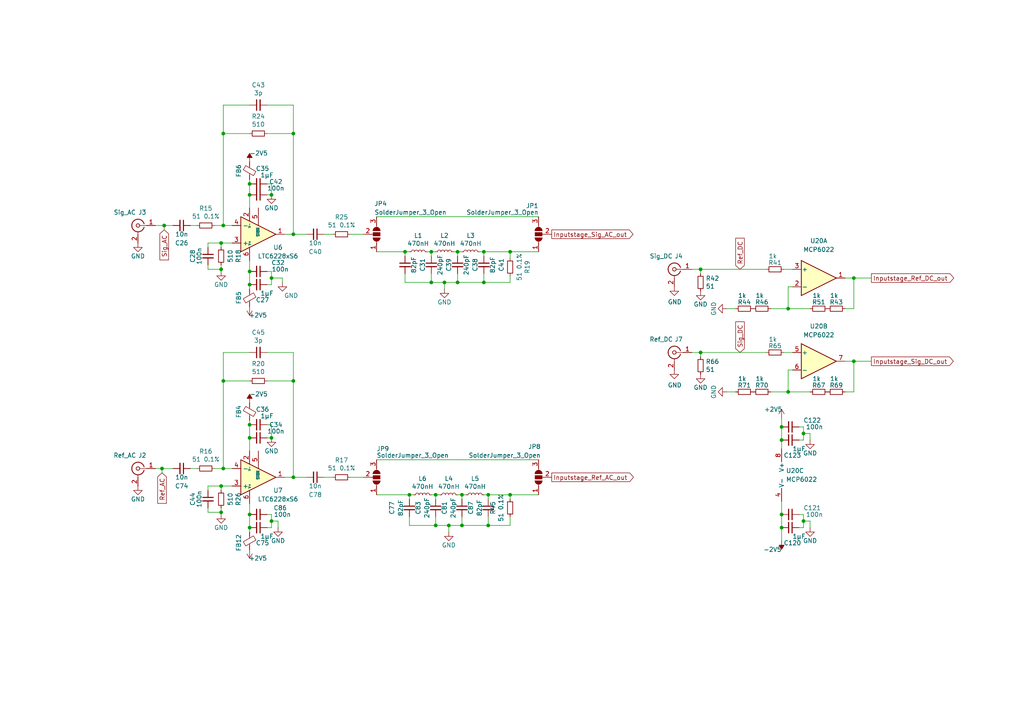
<source format=kicad_sch>
(kicad_sch (version 20211123) (generator eeschema)

  (uuid 527097c1-206d-4d8a-8b9f-5b271ad1164a)

  (paper "A4")

  (lib_symbols
    (symbol "Amplifier_Operational:LTC6228xS6" (in_bom yes) (on_board yes)
      (property "Reference" "U" (id 0) (at 0 6.35 0)
        (effects (font (size 1.27 1.27)) (justify left))
      )
      (property "Value" "LTC6228xS6" (id 1) (at 0 3.81 0)
        (effects (font (size 1.27 1.27)) (justify left))
      )
      (property "Footprint" "Package_TO_SOT_SMD:TSOT-23-6" (id 2) (at 0 -15.24 0)
        (effects (font (size 1.27 1.27)) hide)
      )
      (property "Datasheet" "https://www.analog.com/media/en/technical-documentation/data-sheets/LTC6228-6229.pdf" (id 3) (at 0 0 0)
        (effects (font (size 1.27 1.27)) hide)
      )
      (property "ki_keywords" "single opamp" (id 4) (at 0 0 0)
        (effects (font (size 1.27 1.27)) hide)
      )
      (property "ki_description" "Low Distortion Rail-to-Rail Output Op Amp with Shutdown, TSOT-23-6" (id 5) (at 0 0 0)
        (effects (font (size 1.27 1.27)) hide)
      )
      (property "ki_fp_filters" "TSOT?23*" (id 6) (at 0 0 0)
        (effects (font (size 1.27 1.27)) hide)
      )
      (symbol "LTC6228xS6_0_1"
        (polyline
          (pts
            (xy 5.08 0)
            (xy -5.08 5.08)
            (xy -5.08 -5.08)
            (xy 5.08 0)
          )
          (stroke (width 0.254) (type default) (color 0 0 0 0))
          (fill (type background))
        )
      )
      (symbol "LTC6228xS6_1_1"
        (pin output line (at 7.62 0 180) (length 2.54)
          (name "~" (effects (font (size 1.27 1.27))))
          (number "1" (effects (font (size 1.27 1.27))))
        )
        (pin power_in line (at -2.54 -7.62 90) (length 3.81)
          (name "V-" (effects (font (size 0.635 0.635))))
          (number "2" (effects (font (size 1.27 1.27))))
        )
        (pin input line (at -7.62 2.54 0) (length 2.54)
          (name "+" (effects (font (size 1.27 1.27))))
          (number "3" (effects (font (size 1.27 1.27))))
        )
        (pin input line (at -7.62 -2.54 0) (length 2.54)
          (name "-" (effects (font (size 1.27 1.27))))
          (number "4" (effects (font (size 1.27 1.27))))
        )
        (pin input line (at 0 -7.62 90) (length 5.08)
          (name "~{SHDN}" (effects (font (size 0.635 0.635))))
          (number "5" (effects (font (size 1.27 1.27))))
        )
        (pin power_in line (at -2.54 7.62 270) (length 3.81)
          (name "V+" (effects (font (size 0.635 0.635))))
          (number "6" (effects (font (size 1.27 1.27))))
        )
      )
    )
    (symbol "Amplifier_Operational:MCP6022" (pin_names (offset 0.127)) (in_bom yes) (on_board yes)
      (property "Reference" "U" (id 0) (at 0 5.08 0)
        (effects (font (size 1.27 1.27)) (justify left))
      )
      (property "Value" "MCP6022" (id 1) (at 0 -5.08 0)
        (effects (font (size 1.27 1.27)) (justify left))
      )
      (property "Footprint" "" (id 2) (at 0 0 0)
        (effects (font (size 1.27 1.27)) hide)
      )
      (property "Datasheet" "http://ww1.microchip.com/downloads/en/devicedoc/20001685e.pdf" (id 3) (at 0 0 0)
        (effects (font (size 1.27 1.27)) hide)
      )
      (property "ki_locked" "" (id 4) (at 0 0 0)
        (effects (font (size 1.27 1.27)))
      )
      (property "ki_keywords" "dual opamp rail-to-rail" (id 5) (at 0 0 0)
        (effects (font (size 1.27 1.27)) hide)
      )
      (property "ki_description" "Dual Operational Amplifiers, Rail-to-Rail Input/Output, DIP-8/SOIC-8/TSSOP-8" (id 6) (at 0 0 0)
        (effects (font (size 1.27 1.27)) hide)
      )
      (property "ki_fp_filters" "SOIC*3.9x4.9mm*P1.27mm* DIP*W7.62mm* TO*99* OnSemi*Micro8* TSSOP*3x3mm*P0.65mm* TSSOP*4.4x3mm*P0.65mm* MSOP*3x3mm*P0.65mm* SSOP*3.9x4.9mm*P0.635mm* LFCSP*2x2mm*P0.5mm* *SIP* SOIC*5.3x6.2mm*P1.27mm*" (id 7) (at 0 0 0)
        (effects (font (size 1.27 1.27)) hide)
      )
      (symbol "MCP6022_1_1"
        (polyline
          (pts
            (xy -5.08 5.08)
            (xy 5.08 0)
            (xy -5.08 -5.08)
            (xy -5.08 5.08)
          )
          (stroke (width 0.254) (type default) (color 0 0 0 0))
          (fill (type background))
        )
        (pin output line (at 7.62 0 180) (length 2.54)
          (name "~" (effects (font (size 1.27 1.27))))
          (number "1" (effects (font (size 1.27 1.27))))
        )
        (pin input line (at -7.62 -2.54 0) (length 2.54)
          (name "-" (effects (font (size 1.27 1.27))))
          (number "2" (effects (font (size 1.27 1.27))))
        )
        (pin input line (at -7.62 2.54 0) (length 2.54)
          (name "+" (effects (font (size 1.27 1.27))))
          (number "3" (effects (font (size 1.27 1.27))))
        )
      )
      (symbol "MCP6022_2_1"
        (polyline
          (pts
            (xy -5.08 5.08)
            (xy 5.08 0)
            (xy -5.08 -5.08)
            (xy -5.08 5.08)
          )
          (stroke (width 0.254) (type default) (color 0 0 0 0))
          (fill (type background))
        )
        (pin input line (at -7.62 2.54 0) (length 2.54)
          (name "+" (effects (font (size 1.27 1.27))))
          (number "5" (effects (font (size 1.27 1.27))))
        )
        (pin input line (at -7.62 -2.54 0) (length 2.54)
          (name "-" (effects (font (size 1.27 1.27))))
          (number "6" (effects (font (size 1.27 1.27))))
        )
        (pin output line (at 7.62 0 180) (length 2.54)
          (name "~" (effects (font (size 1.27 1.27))))
          (number "7" (effects (font (size 1.27 1.27))))
        )
      )
      (symbol "MCP6022_3_1"
        (pin power_in line (at -2.54 -7.62 90) (length 3.81)
          (name "V-" (effects (font (size 1.27 1.27))))
          (number "4" (effects (font (size 1.27 1.27))))
        )
        (pin power_in line (at -2.54 7.62 270) (length 3.81)
          (name "V+" (effects (font (size 1.27 1.27))))
          (number "8" (effects (font (size 1.27 1.27))))
        )
      )
    )
    (symbol "Connector:Conn_Coaxial" (pin_names (offset 1.016) hide) (in_bom yes) (on_board yes)
      (property "Reference" "J" (id 0) (at 0.254 3.048 0)
        (effects (font (size 1.27 1.27)))
      )
      (property "Value" "Conn_Coaxial" (id 1) (at 2.921 0 90)
        (effects (font (size 1.27 1.27)))
      )
      (property "Footprint" "" (id 2) (at 0 0 0)
        (effects (font (size 1.27 1.27)) hide)
      )
      (property "Datasheet" " ~" (id 3) (at 0 0 0)
        (effects (font (size 1.27 1.27)) hide)
      )
      (property "ki_keywords" "BNC SMA SMB SMC LEMO coaxial connector CINCH RCA" (id 4) (at 0 0 0)
        (effects (font (size 1.27 1.27)) hide)
      )
      (property "ki_description" "coaxial connector (BNC, SMA, SMB, SMC, Cinch/RCA, LEMO, ...)" (id 5) (at 0 0 0)
        (effects (font (size 1.27 1.27)) hide)
      )
      (property "ki_fp_filters" "*BNC* *SMA* *SMB* *SMC* *Cinch* *LEMO*" (id 6) (at 0 0 0)
        (effects (font (size 1.27 1.27)) hide)
      )
      (symbol "Conn_Coaxial_0_1"
        (arc (start -1.778 -0.508) (mid 0.2311 -1.8066) (end 1.778 0)
          (stroke (width 0.254) (type default) (color 0 0 0 0))
          (fill (type none))
        )
        (polyline
          (pts
            (xy -2.54 0)
            (xy -0.508 0)
          )
          (stroke (width 0) (type default) (color 0 0 0 0))
          (fill (type none))
        )
        (polyline
          (pts
            (xy 0 -2.54)
            (xy 0 -1.778)
          )
          (stroke (width 0) (type default) (color 0 0 0 0))
          (fill (type none))
        )
        (circle (center 0 0) (radius 0.508)
          (stroke (width 0.2032) (type default) (color 0 0 0 0))
          (fill (type none))
        )
        (arc (start 1.778 0) (mid 0.2099 1.8101) (end -1.778 0.508)
          (stroke (width 0.254) (type default) (color 0 0 0 0))
          (fill (type none))
        )
      )
      (symbol "Conn_Coaxial_1_1"
        (pin passive line (at -5.08 0 0) (length 2.54)
          (name "In" (effects (font (size 1.27 1.27))))
          (number "1" (effects (font (size 1.27 1.27))))
        )
        (pin passive line (at 0 -5.08 90) (length 2.54)
          (name "Ext" (effects (font (size 1.27 1.27))))
          (number "2" (effects (font (size 1.27 1.27))))
        )
      )
    )
    (symbol "Device:C_Small" (pin_numbers hide) (pin_names (offset 0.254) hide) (in_bom yes) (on_board yes)
      (property "Reference" "C" (id 0) (at 0.254 1.778 0)
        (effects (font (size 1.27 1.27)) (justify left))
      )
      (property "Value" "C_Small" (id 1) (at 0.254 -2.032 0)
        (effects (font (size 1.27 1.27)) (justify left))
      )
      (property "Footprint" "" (id 2) (at 0 0 0)
        (effects (font (size 1.27 1.27)) hide)
      )
      (property "Datasheet" "~" (id 3) (at 0 0 0)
        (effects (font (size 1.27 1.27)) hide)
      )
      (property "ki_keywords" "capacitor cap" (id 4) (at 0 0 0)
        (effects (font (size 1.27 1.27)) hide)
      )
      (property "ki_description" "Unpolarized capacitor, small symbol" (id 5) (at 0 0 0)
        (effects (font (size 1.27 1.27)) hide)
      )
      (property "ki_fp_filters" "C_*" (id 6) (at 0 0 0)
        (effects (font (size 1.27 1.27)) hide)
      )
      (symbol "C_Small_0_1"
        (polyline
          (pts
            (xy -1.524 -0.508)
            (xy 1.524 -0.508)
          )
          (stroke (width 0.3302) (type default) (color 0 0 0 0))
          (fill (type none))
        )
        (polyline
          (pts
            (xy -1.524 0.508)
            (xy 1.524 0.508)
          )
          (stroke (width 0.3048) (type default) (color 0 0 0 0))
          (fill (type none))
        )
      )
      (symbol "C_Small_1_1"
        (pin passive line (at 0 2.54 270) (length 2.032)
          (name "~" (effects (font (size 1.27 1.27))))
          (number "1" (effects (font (size 1.27 1.27))))
        )
        (pin passive line (at 0 -2.54 90) (length 2.032)
          (name "~" (effects (font (size 1.27 1.27))))
          (number "2" (effects (font (size 1.27 1.27))))
        )
      )
    )
    (symbol "Device:FerriteBead_Small" (pin_numbers hide) (pin_names (offset 0)) (in_bom yes) (on_board yes)
      (property "Reference" "FB" (id 0) (at 1.905 1.27 0)
        (effects (font (size 1.27 1.27)) (justify left))
      )
      (property "Value" "FerriteBead_Small" (id 1) (at 1.905 -1.27 0)
        (effects (font (size 1.27 1.27)) (justify left))
      )
      (property "Footprint" "" (id 2) (at -1.778 0 90)
        (effects (font (size 1.27 1.27)) hide)
      )
      (property "Datasheet" "~" (id 3) (at 0 0 0)
        (effects (font (size 1.27 1.27)) hide)
      )
      (property "ki_keywords" "L ferrite bead inductor filter" (id 4) (at 0 0 0)
        (effects (font (size 1.27 1.27)) hide)
      )
      (property "ki_description" "Ferrite bead, small symbol" (id 5) (at 0 0 0)
        (effects (font (size 1.27 1.27)) hide)
      )
      (property "ki_fp_filters" "Inductor_* L_* *Ferrite*" (id 6) (at 0 0 0)
        (effects (font (size 1.27 1.27)) hide)
      )
      (symbol "FerriteBead_Small_0_1"
        (polyline
          (pts
            (xy 0 -1.27)
            (xy 0 -0.7874)
          )
          (stroke (width 0) (type default) (color 0 0 0 0))
          (fill (type none))
        )
        (polyline
          (pts
            (xy 0 0.889)
            (xy 0 1.2954)
          )
          (stroke (width 0) (type default) (color 0 0 0 0))
          (fill (type none))
        )
        (polyline
          (pts
            (xy -1.8288 0.2794)
            (xy -1.1176 1.4986)
            (xy 1.8288 -0.2032)
            (xy 1.1176 -1.4224)
            (xy -1.8288 0.2794)
          )
          (stroke (width 0) (type default) (color 0 0 0 0))
          (fill (type none))
        )
      )
      (symbol "FerriteBead_Small_1_1"
        (pin passive line (at 0 2.54 270) (length 1.27)
          (name "~" (effects (font (size 1.27 1.27))))
          (number "1" (effects (font (size 1.27 1.27))))
        )
        (pin passive line (at 0 -2.54 90) (length 1.27)
          (name "~" (effects (font (size 1.27 1.27))))
          (number "2" (effects (font (size 1.27 1.27))))
        )
      )
    )
    (symbol "Device:L_Small" (pin_numbers hide) (pin_names (offset 0.254) hide) (in_bom yes) (on_board yes)
      (property "Reference" "L" (id 0) (at 0.762 1.016 0)
        (effects (font (size 1.27 1.27)) (justify left))
      )
      (property "Value" "L_Small" (id 1) (at 0.762 -1.016 0)
        (effects (font (size 1.27 1.27)) (justify left))
      )
      (property "Footprint" "" (id 2) (at 0 0 0)
        (effects (font (size 1.27 1.27)) hide)
      )
      (property "Datasheet" "~" (id 3) (at 0 0 0)
        (effects (font (size 1.27 1.27)) hide)
      )
      (property "ki_keywords" "inductor choke coil reactor magnetic" (id 4) (at 0 0 0)
        (effects (font (size 1.27 1.27)) hide)
      )
      (property "ki_description" "Inductor, small symbol" (id 5) (at 0 0 0)
        (effects (font (size 1.27 1.27)) hide)
      )
      (property "ki_fp_filters" "Choke_* *Coil* Inductor_* L_*" (id 6) (at 0 0 0)
        (effects (font (size 1.27 1.27)) hide)
      )
      (symbol "L_Small_0_1"
        (arc (start 0 -2.032) (mid 0.508 -1.524) (end 0 -1.016)
          (stroke (width 0) (type default) (color 0 0 0 0))
          (fill (type none))
        )
        (arc (start 0 -1.016) (mid 0.508 -0.508) (end 0 0)
          (stroke (width 0) (type default) (color 0 0 0 0))
          (fill (type none))
        )
        (arc (start 0 0) (mid 0.508 0.508) (end 0 1.016)
          (stroke (width 0) (type default) (color 0 0 0 0))
          (fill (type none))
        )
        (arc (start 0 1.016) (mid 0.508 1.524) (end 0 2.032)
          (stroke (width 0) (type default) (color 0 0 0 0))
          (fill (type none))
        )
      )
      (symbol "L_Small_1_1"
        (pin passive line (at 0 2.54 270) (length 0.508)
          (name "~" (effects (font (size 1.27 1.27))))
          (number "1" (effects (font (size 1.27 1.27))))
        )
        (pin passive line (at 0 -2.54 90) (length 0.508)
          (name "~" (effects (font (size 1.27 1.27))))
          (number "2" (effects (font (size 1.27 1.27))))
        )
      )
    )
    (symbol "Device:R_Small" (pin_numbers hide) (pin_names (offset 0.254) hide) (in_bom yes) (on_board yes)
      (property "Reference" "R" (id 0) (at 0.762 0.508 0)
        (effects (font (size 1.27 1.27)) (justify left))
      )
      (property "Value" "R_Small" (id 1) (at 0.762 -1.016 0)
        (effects (font (size 1.27 1.27)) (justify left))
      )
      (property "Footprint" "" (id 2) (at 0 0 0)
        (effects (font (size 1.27 1.27)) hide)
      )
      (property "Datasheet" "~" (id 3) (at 0 0 0)
        (effects (font (size 1.27 1.27)) hide)
      )
      (property "ki_keywords" "R resistor" (id 4) (at 0 0 0)
        (effects (font (size 1.27 1.27)) hide)
      )
      (property "ki_description" "Resistor, small symbol" (id 5) (at 0 0 0)
        (effects (font (size 1.27 1.27)) hide)
      )
      (property "ki_fp_filters" "R_*" (id 6) (at 0 0 0)
        (effects (font (size 1.27 1.27)) hide)
      )
      (symbol "R_Small_0_1"
        (rectangle (start -0.762 1.778) (end 0.762 -1.778)
          (stroke (width 0.2032) (type default) (color 0 0 0 0))
          (fill (type none))
        )
      )
      (symbol "R_Small_1_1"
        (pin passive line (at 0 2.54 270) (length 0.762)
          (name "~" (effects (font (size 1.27 1.27))))
          (number "1" (effects (font (size 1.27 1.27))))
        )
        (pin passive line (at 0 -2.54 90) (length 0.762)
          (name "~" (effects (font (size 1.27 1.27))))
          (number "2" (effects (font (size 1.27 1.27))))
        )
      )
    )
    (symbol "Jumper:SolderJumper_3_Open" (pin_names (offset 0) hide) (in_bom yes) (on_board yes)
      (property "Reference" "JP" (id 0) (at -2.54 -2.54 0)
        (effects (font (size 1.27 1.27)))
      )
      (property "Value" "SolderJumper_3_Open" (id 1) (at 0 2.794 0)
        (effects (font (size 1.27 1.27)))
      )
      (property "Footprint" "" (id 2) (at 0 0 0)
        (effects (font (size 1.27 1.27)) hide)
      )
      (property "Datasheet" "~" (id 3) (at 0 0 0)
        (effects (font (size 1.27 1.27)) hide)
      )
      (property "ki_keywords" "Solder Jumper SPDT" (id 4) (at 0 0 0)
        (effects (font (size 1.27 1.27)) hide)
      )
      (property "ki_description" "Solder Jumper, 3-pole, open" (id 5) (at 0 0 0)
        (effects (font (size 1.27 1.27)) hide)
      )
      (property "ki_fp_filters" "SolderJumper*Open*" (id 6) (at 0 0 0)
        (effects (font (size 1.27 1.27)) hide)
      )
      (symbol "SolderJumper_3_Open_0_1"
        (arc (start -1.016 1.016) (mid -2.032 0) (end -1.016 -1.016)
          (stroke (width 0) (type default) (color 0 0 0 0))
          (fill (type none))
        )
        (arc (start -1.016 1.016) (mid -2.032 0) (end -1.016 -1.016)
          (stroke (width 0) (type default) (color 0 0 0 0))
          (fill (type outline))
        )
        (rectangle (start -0.508 1.016) (end 0.508 -1.016)
          (stroke (width 0) (type default) (color 0 0 0 0))
          (fill (type outline))
        )
        (polyline
          (pts
            (xy -2.54 0)
            (xy -2.032 0)
          )
          (stroke (width 0) (type default) (color 0 0 0 0))
          (fill (type none))
        )
        (polyline
          (pts
            (xy -1.016 1.016)
            (xy -1.016 -1.016)
          )
          (stroke (width 0) (type default) (color 0 0 0 0))
          (fill (type none))
        )
        (polyline
          (pts
            (xy 0 -1.27)
            (xy 0 -1.016)
          )
          (stroke (width 0) (type default) (color 0 0 0 0))
          (fill (type none))
        )
        (polyline
          (pts
            (xy 1.016 1.016)
            (xy 1.016 -1.016)
          )
          (stroke (width 0) (type default) (color 0 0 0 0))
          (fill (type none))
        )
        (polyline
          (pts
            (xy 2.54 0)
            (xy 2.032 0)
          )
          (stroke (width 0) (type default) (color 0 0 0 0))
          (fill (type none))
        )
        (arc (start 1.016 -1.016) (mid 2.032 0) (end 1.016 1.016)
          (stroke (width 0) (type default) (color 0 0 0 0))
          (fill (type none))
        )
        (arc (start 1.016 -1.016) (mid 2.032 0) (end 1.016 1.016)
          (stroke (width 0) (type default) (color 0 0 0 0))
          (fill (type outline))
        )
      )
      (symbol "SolderJumper_3_Open_1_1"
        (pin passive line (at -5.08 0 0) (length 2.54)
          (name "A" (effects (font (size 1.27 1.27))))
          (number "1" (effects (font (size 1.27 1.27))))
        )
        (pin passive line (at 0 -3.81 90) (length 2.54)
          (name "C" (effects (font (size 1.27 1.27))))
          (number "2" (effects (font (size 1.27 1.27))))
        )
        (pin passive line (at 5.08 0 180) (length 2.54)
          (name "B" (effects (font (size 1.27 1.27))))
          (number "3" (effects (font (size 1.27 1.27))))
        )
      )
    )
    (symbol "power:+2V5" (power) (pin_names (offset 0)) (in_bom yes) (on_board yes)
      (property "Reference" "#PWR" (id 0) (at 0 -3.81 0)
        (effects (font (size 1.27 1.27)) hide)
      )
      (property "Value" "+2V5" (id 1) (at 0 3.556 0)
        (effects (font (size 1.27 1.27)))
      )
      (property "Footprint" "" (id 2) (at 0 0 0)
        (effects (font (size 1.27 1.27)) hide)
      )
      (property "Datasheet" "" (id 3) (at 0 0 0)
        (effects (font (size 1.27 1.27)) hide)
      )
      (property "ki_keywords" "power-flag" (id 4) (at 0 0 0)
        (effects (font (size 1.27 1.27)) hide)
      )
      (property "ki_description" "Power symbol creates a global label with name \"+2V5\"" (id 5) (at 0 0 0)
        (effects (font (size 1.27 1.27)) hide)
      )
      (symbol "+2V5_0_1"
        (polyline
          (pts
            (xy -0.762 1.27)
            (xy 0 2.54)
          )
          (stroke (width 0) (type default) (color 0 0 0 0))
          (fill (type none))
        )
        (polyline
          (pts
            (xy 0 0)
            (xy 0 2.54)
          )
          (stroke (width 0) (type default) (color 0 0 0 0))
          (fill (type none))
        )
        (polyline
          (pts
            (xy 0 2.54)
            (xy 0.762 1.27)
          )
          (stroke (width 0) (type default) (color 0 0 0 0))
          (fill (type none))
        )
      )
      (symbol "+2V5_1_1"
        (pin power_in line (at 0 0 90) (length 0) hide
          (name "+2V5" (effects (font (size 1.27 1.27))))
          (number "1" (effects (font (size 1.27 1.27))))
        )
      )
    )
    (symbol "power:-2V5" (power) (pin_names (offset 0)) (in_bom yes) (on_board yes)
      (property "Reference" "#PWR" (id 0) (at 0 2.54 0)
        (effects (font (size 1.27 1.27)) hide)
      )
      (property "Value" "-2V5" (id 1) (at 0 3.81 0)
        (effects (font (size 1.27 1.27)))
      )
      (property "Footprint" "" (id 2) (at 0 0 0)
        (effects (font (size 1.27 1.27)) hide)
      )
      (property "Datasheet" "" (id 3) (at 0 0 0)
        (effects (font (size 1.27 1.27)) hide)
      )
      (property "ki_keywords" "power-flag" (id 4) (at 0 0 0)
        (effects (font (size 1.27 1.27)) hide)
      )
      (property "ki_description" "Power symbol creates a global label with name \"-2V5\"" (id 5) (at 0 0 0)
        (effects (font (size 1.27 1.27)) hide)
      )
      (symbol "-2V5_0_0"
        (pin power_in line (at 0 0 90) (length 0) hide
          (name "-2V5" (effects (font (size 1.27 1.27))))
          (number "1" (effects (font (size 1.27 1.27))))
        )
      )
      (symbol "-2V5_0_1"
        (polyline
          (pts
            (xy 0 0)
            (xy 0 1.27)
            (xy 0.762 1.27)
            (xy 0 2.54)
            (xy -0.762 1.27)
            (xy 0 1.27)
          )
          (stroke (width 0) (type default) (color 0 0 0 0))
          (fill (type outline))
        )
      )
    )
    (symbol "power:GND" (power) (pin_names (offset 0)) (in_bom yes) (on_board yes)
      (property "Reference" "#PWR" (id 0) (at 0 -6.35 0)
        (effects (font (size 1.27 1.27)) hide)
      )
      (property "Value" "GND" (id 1) (at 0 -3.81 0)
        (effects (font (size 1.27 1.27)))
      )
      (property "Footprint" "" (id 2) (at 0 0 0)
        (effects (font (size 1.27 1.27)) hide)
      )
      (property "Datasheet" "" (id 3) (at 0 0 0)
        (effects (font (size 1.27 1.27)) hide)
      )
      (property "ki_keywords" "power-flag" (id 4) (at 0 0 0)
        (effects (font (size 1.27 1.27)) hide)
      )
      (property "ki_description" "Power symbol creates a global label with name \"GND\" , ground" (id 5) (at 0 0 0)
        (effects (font (size 1.27 1.27)) hide)
      )
      (symbol "GND_0_1"
        (polyline
          (pts
            (xy 0 0)
            (xy 0 -1.27)
            (xy 1.27 -1.27)
            (xy 0 -2.54)
            (xy -1.27 -1.27)
            (xy 0 -1.27)
          )
          (stroke (width 0) (type default) (color 0 0 0 0))
          (fill (type none))
        )
      )
      (symbol "GND_1_1"
        (pin power_in line (at 0 0 270) (length 0) hide
          (name "GND" (effects (font (size 1.27 1.27))))
          (number "1" (effects (font (size 1.27 1.27))))
        )
      )
    )
  )

  (junction (at 203.2 102.235) (diameter 0) (color 0 0 0 0)
    (uuid 0373785d-980d-401d-a633-5058e7e22fc7)
  )
  (junction (at 72.39 82.55) (diameter 0) (color 0 0 0 0)
    (uuid 0ba6053c-5144-48f7-870f-e57e6d0c3e2d)
  )
  (junction (at 72.39 153.035) (diameter 0) (color 0 0 0 0)
    (uuid 157419f2-1f92-481a-bc3b-2a272c7aa813)
  )
  (junction (at 125.095 81.915) (diameter 0) (color 0 0 0 0)
    (uuid 1866f2e2-2902-48c4-a6f1-259430df50e7)
  )
  (junction (at 228.6 89.535) (diameter 0) (color 0 0 0 0)
    (uuid 1971ba4b-696b-4ae5-8792-dd9c3ba83baa)
  )
  (junction (at 247.65 104.775) (diameter 0) (color 0 0 0 0)
    (uuid 1addab01-3e6b-4751-ba33-7cae25fa7bb9)
  )
  (junction (at 78.74 80.645) (diameter 0) (color 0 0 0 0)
    (uuid 232ae7c3-4054-4c55-a7b2-7306fd2074d8)
  )
  (junction (at 64.135 70.485) (diameter 0) (color 0 0 0 0)
    (uuid 255e7853-49b6-4f91-a415-a73cadd141bf)
  )
  (junction (at 118.745 143.51) (diameter 0) (color 0 0 0 0)
    (uuid 282dc58e-f2cf-45e2-bd57-7f152d8e994e)
  )
  (junction (at 233.045 151.13) (diameter 0) (color 0 0 0 0)
    (uuid 2be28372-7538-4bf0-87f8-9e7249bdae00)
  )
  (junction (at 130.175 152.4) (diameter 0) (color 0 0 0 0)
    (uuid 37d8597d-9d6a-4f48-82bf-9963b8fb136b)
  )
  (junction (at 64.77 65.405) (diameter 0) (color 0 0 0 0)
    (uuid 3bc5ed17-240c-408b-bfb9-4f09d61695b0)
  )
  (junction (at 64.135 140.97) (diameter 0) (color 0 0 0 0)
    (uuid 458a2ddb-3266-4919-8be7-39c07f9e0a03)
  )
  (junction (at 228.6 113.665) (diameter 0) (color 0 0 0 0)
    (uuid 4945a5e0-4f3e-43ce-8cff-b1f529cb766d)
  )
  (junction (at 147.955 143.51) (diameter 0) (color 0 0 0 0)
    (uuid 4a9c0bd7-cb16-4c28-82a7-3cc9f7534f94)
  )
  (junction (at 133.985 143.51) (diameter 0) (color 0 0 0 0)
    (uuid 4c0f73f2-ff83-4c0e-b6b6-8e1192be220d)
  )
  (junction (at 140.335 81.915) (diameter 0) (color 0 0 0 0)
    (uuid 4f998b4a-c61a-40e2-94cb-f8175abaa989)
  )
  (junction (at 72.39 56.515) (diameter 0) (color 0 0 0 0)
    (uuid 51bb3a11-5a2c-4085-9b64-b93e57aa7c7b)
  )
  (junction (at 85.09 110.49) (diameter 0) (color 0 0 0 0)
    (uuid 520fa7ac-7140-4403-a062-dc053abcfd22)
  )
  (junction (at 147.955 73.025) (diameter 0) (color 0 0 0 0)
    (uuid 5a903dff-58ec-46a9-83a5-d016437f5e6e)
  )
  (junction (at 247.65 80.645) (diameter 0) (color 0 0 0 0)
    (uuid 5cd62fac-1296-427e-9003-c937905bb20f)
  )
  (junction (at 64.77 38.735) (diameter 0) (color 0 0 0 0)
    (uuid 61b506ec-b640-4aa0-9f77-83737a108bb1)
  )
  (junction (at 126.365 143.51) (diameter 0) (color 0 0 0 0)
    (uuid 6280d57e-8fe4-4d92-bc86-f0ad108471aa)
  )
  (junction (at 141.605 152.4) (diameter 0) (color 0 0 0 0)
    (uuid 65714282-af14-4a33-bacc-3482dcaa38e8)
  )
  (junction (at 72.39 53.34) (diameter 0) (color 0 0 0 0)
    (uuid 6b108161-2fc4-46c1-bbf1-49d891821577)
  )
  (junction (at 46.99 135.89) (diameter 0) (color 0 0 0 0)
    (uuid 6dce54ec-b351-442a-8e3d-0bd0bfdd7a7b)
  )
  (junction (at 128.905 81.915) (diameter 0) (color 0 0 0 0)
    (uuid 6f669cd8-6ba1-4650-9575-1cffaf684e68)
  )
  (junction (at 47.625 65.405) (diameter 0) (color 0 0 0 0)
    (uuid 72bbad58-6296-402d-b501-8cd2df498292)
  )
  (junction (at 78.74 151.13) (diameter 0) (color 0 0 0 0)
    (uuid 73b55e5f-8ecc-42d3-a6ec-6b2782e91a86)
  )
  (junction (at 203.2 78.105) (diameter 0) (color 0 0 0 0)
    (uuid 7b69021f-bbc5-4741-9c18-42250f5aff25)
  )
  (junction (at 78.74 127) (diameter 0) (color 0 0 0 0)
    (uuid 7c6ca318-cbf7-4ac5-a12e-8b2907908769)
  )
  (junction (at 125.095 73.025) (diameter 0) (color 0 0 0 0)
    (uuid 87e73d07-42a1-4a03-b84f-7d36a3e05807)
  )
  (junction (at 72.39 149.225) (diameter 0) (color 0 0 0 0)
    (uuid 9266418e-1724-4266-83be-900f9d582df1)
  )
  (junction (at 72.39 78.74) (diameter 0) (color 0 0 0 0)
    (uuid 9685e6b8-b772-4ae7-822b-60e935f7fc93)
  )
  (junction (at 64.135 78.105) (diameter 0) (color 0 0 0 0)
    (uuid 9b8a3964-56f0-4ae4-a658-cba36f93333c)
  )
  (junction (at 226.695 153.035) (diameter 0) (color 0 0 0 0)
    (uuid 9c528a07-9a4e-42cb-a4d9-21193a6cff07)
  )
  (junction (at 233.045 125.73) (diameter 0) (color 0 0 0 0)
    (uuid 9e9eeba7-557d-499e-a880-3fa8e629b705)
  )
  (junction (at 72.39 123.19) (diameter 0) (color 0 0 0 0)
    (uuid a0061cef-5132-4a90-8026-31022df5e9b5)
  )
  (junction (at 226.695 127.635) (diameter 0) (color 0 0 0 0)
    (uuid a36577af-1bc7-426f-b9f3-801824946277)
  )
  (junction (at 64.77 135.89) (diameter 0) (color 0 0 0 0)
    (uuid af22d0e8-b5d7-476f-96cc-855d373d8b56)
  )
  (junction (at 78.74 56.515) (diameter 0) (color 0 0 0 0)
    (uuid b9d77e99-9a6d-465c-93c9-842a681f2c96)
  )
  (junction (at 64.77 110.49) (diameter 0) (color 0 0 0 0)
    (uuid bcbf48d3-23ba-4b72-8d10-d4b1d1886c45)
  )
  (junction (at 72.39 127) (diameter 0) (color 0 0 0 0)
    (uuid bd9e100e-cbcd-43bc-b21d-c7e5f446a155)
  )
  (junction (at 85.09 67.945) (diameter 0) (color 0 0 0 0)
    (uuid c203c464-c72e-40ba-bcbf-9733d18ef42b)
  )
  (junction (at 64.135 148.59) (diameter 0) (color 0 0 0 0)
    (uuid c5e3e804-4006-44ef-9ff4-e2ba9995e770)
  )
  (junction (at 226.695 149.225) (diameter 0) (color 0 0 0 0)
    (uuid ca0bbc02-8bb7-4c11-b2c2-9de03e178850)
  )
  (junction (at 117.475 73.025) (diameter 0) (color 0 0 0 0)
    (uuid ca3e4168-044e-4ca1-9028-6ad51ba6c5d4)
  )
  (junction (at 132.715 81.915) (diameter 0) (color 0 0 0 0)
    (uuid d657aea3-cf13-4891-97c3-d6df6aed8283)
  )
  (junction (at 226.695 123.825) (diameter 0) (color 0 0 0 0)
    (uuid d9774d60-6e99-4509-b4c0-56751d9b667b)
  )
  (junction (at 85.09 38.735) (diameter 0) (color 0 0 0 0)
    (uuid d998a76d-1640-4ce3-85f8-711ce26f4bf9)
  )
  (junction (at 85.09 138.43) (diameter 0) (color 0 0 0 0)
    (uuid daf16bcb-2698-48b1-9e1b-47f7e4e086b9)
  )
  (junction (at 140.335 73.025) (diameter 0) (color 0 0 0 0)
    (uuid ddbcee70-44ae-481c-86d3-def5e7975e39)
  )
  (junction (at 133.985 152.4) (diameter 0) (color 0 0 0 0)
    (uuid e74cf33a-f46f-4ef5-b412-c4b3a8c6cccf)
  )
  (junction (at 126.365 152.4) (diameter 0) (color 0 0 0 0)
    (uuid f3f8aee3-2a13-4989-8058-c40af86850a6)
  )
  (junction (at 132.715 73.025) (diameter 0) (color 0 0 0 0)
    (uuid f7ebdae9-2a87-4ca3-947b-a196eb7a0e78)
  )
  (junction (at 141.605 143.51) (diameter 0) (color 0 0 0 0)
    (uuid faf4fc7e-99f0-44ef-923a-b0ffb1ab8cb0)
  )

  (wire (pts (xy 62.23 135.89) (xy 64.77 135.89))
    (stroke (width 0) (type default) (color 0 0 0 0))
    (uuid 00471118-0e5d-4309-8102-05e2815208ed)
  )
  (wire (pts (xy 85.09 38.735) (xy 85.09 67.945))
    (stroke (width 0) (type default) (color 0 0 0 0))
    (uuid 0086bfac-5ea1-41a9-8dd4-441bd0404192)
  )
  (wire (pts (xy 78.74 151.13) (xy 80.645 151.13))
    (stroke (width 0) (type default) (color 0 0 0 0))
    (uuid 0144efb3-5b63-4a0e-981c-0f557d3b0e41)
  )
  (wire (pts (xy 72.39 30.48) (xy 64.77 30.48))
    (stroke (width 0) (type default) (color 0 0 0 0))
    (uuid 0147ef89-c538-454a-a434-3dda2266d930)
  )
  (wire (pts (xy 130.175 152.4) (xy 126.365 152.4))
    (stroke (width 0) (type default) (color 0 0 0 0))
    (uuid 015fecc2-4014-4e53-8810-0a21f0b6b94a)
  )
  (wire (pts (xy 228.6 107.315) (xy 228.6 113.665))
    (stroke (width 0) (type default) (color 0 0 0 0))
    (uuid 0190da21-f4ef-4f8b-9611-01fac1a269d3)
  )
  (wire (pts (xy 231.775 149.225) (xy 233.045 149.225))
    (stroke (width 0) (type default) (color 0 0 0 0))
    (uuid 05672a46-b999-4046-91ef-1c6d47cdabdf)
  )
  (wire (pts (xy 72.39 75.565) (xy 72.39 78.74))
    (stroke (width 0) (type default) (color 0 0 0 0))
    (uuid 056862e3-5dca-40db-8296-51382bca5422)
  )
  (wire (pts (xy 82.55 138.43) (xy 85.09 138.43))
    (stroke (width 0) (type default) (color 0 0 0 0))
    (uuid 058d69d7-a867-4aaa-acc1-e26fed7953d6)
  )
  (wire (pts (xy 126.365 149.86) (xy 126.365 152.4))
    (stroke (width 0) (type default) (color 0 0 0 0))
    (uuid 065a711d-bc0e-48ac-b3dc-79bce18c66bf)
  )
  (wire (pts (xy 132.715 79.375) (xy 132.715 81.915))
    (stroke (width 0) (type default) (color 0 0 0 0))
    (uuid 082725c0-b398-41cc-b162-6b340923a535)
  )
  (wire (pts (xy 233.045 149.225) (xy 233.045 151.13))
    (stroke (width 0) (type default) (color 0 0 0 0))
    (uuid 0856aa24-4d59-4d3e-8a95-7a31218d3327)
  )
  (wire (pts (xy 203.2 78.105) (xy 203.2 79.375))
    (stroke (width 0) (type default) (color 0 0 0 0))
    (uuid 0862acbb-2d54-4495-8d5f-10111207e3ca)
  )
  (wire (pts (xy 247.65 80.645) (xy 247.65 89.535))
    (stroke (width 0) (type default) (color 0 0 0 0))
    (uuid 09420092-a220-49ef-8b1e-1af1968ce218)
  )
  (wire (pts (xy 72.39 127) (xy 72.39 130.81))
    (stroke (width 0) (type default) (color 0 0 0 0))
    (uuid 09baf221-fab7-4193-8f61-b2d1e7268982)
  )
  (wire (pts (xy 245.11 113.665) (xy 247.65 113.665))
    (stroke (width 0) (type default) (color 0 0 0 0))
    (uuid 0b235223-08a0-4363-b70c-f6877387d7c3)
  )
  (wire (pts (xy 55.245 65.405) (xy 57.15 65.405))
    (stroke (width 0) (type default) (color 0 0 0 0))
    (uuid 0dbeb8af-806b-49f2-aa2e-dab6d4190432)
  )
  (wire (pts (xy 77.47 53.34) (xy 78.74 53.34))
    (stroke (width 0) (type default) (color 0 0 0 0))
    (uuid 0dfce132-3a9b-480f-b9fa-61a2e947894a)
  )
  (wire (pts (xy 147.955 81.915) (xy 147.955 80.01))
    (stroke (width 0) (type default) (color 0 0 0 0))
    (uuid 0f4ecc3b-720b-4dcd-a8d7-a506675eb752)
  )
  (wire (pts (xy 227.33 102.235) (xy 229.87 102.235))
    (stroke (width 0) (type default) (color 0 0 0 0))
    (uuid 0f7ba166-c3a0-42cc-bb41-0a3913c8bbc7)
  )
  (wire (pts (xy 72.39 82.55) (xy 72.39 83.82))
    (stroke (width 0) (type default) (color 0 0 0 0))
    (uuid 0fb3791a-9d97-447e-8d2b-b5a145c6b9bf)
  )
  (wire (pts (xy 140.335 73.025) (xy 140.335 74.295))
    (stroke (width 0) (type default) (color 0 0 0 0))
    (uuid 1274d183-5cbe-4c27-aaf7-67e3a9d82ee3)
  )
  (wire (pts (xy 117.475 81.915) (xy 125.095 81.915))
    (stroke (width 0) (type default) (color 0 0 0 0))
    (uuid 12c16a5c-841c-4173-ace7-a0fcbc8fcc86)
  )
  (wire (pts (xy 210.82 113.665) (xy 213.36 113.665))
    (stroke (width 0) (type default) (color 0 0 0 0))
    (uuid 155f8e14-8189-4aa5-a9bd-03571c86bef6)
  )
  (wire (pts (xy 64.77 65.405) (xy 67.31 65.405))
    (stroke (width 0) (type default) (color 0 0 0 0))
    (uuid 15c003c3-b1ec-4fb7-870c-b2c7c9e8b029)
  )
  (wire (pts (xy 64.77 102.235) (xy 64.77 110.49))
    (stroke (width 0) (type default) (color 0 0 0 0))
    (uuid 15c5e316-fb7e-4619-81c7-83e606dbf52b)
  )
  (wire (pts (xy 64.135 70.485) (xy 67.31 70.485))
    (stroke (width 0) (type default) (color 0 0 0 0))
    (uuid 15d4d592-1415-4b3f-9780-ece726e966ec)
  )
  (wire (pts (xy 85.09 102.235) (xy 85.09 110.49))
    (stroke (width 0) (type default) (color 0 0 0 0))
    (uuid 18657496-db6f-4fc8-b889-b83a59c8830b)
  )
  (wire (pts (xy 233.045 151.13) (xy 234.95 151.13))
    (stroke (width 0) (type default) (color 0 0 0 0))
    (uuid 189d33d2-d510-4338-8ed7-8d934c73f046)
  )
  (wire (pts (xy 78.74 82.55) (xy 78.74 80.645))
    (stroke (width 0) (type default) (color 0 0 0 0))
    (uuid 1be26771-359a-4fa9-940e-c11cbf1a7b0b)
  )
  (wire (pts (xy 72.39 123.19) (xy 72.39 127))
    (stroke (width 0) (type default) (color 0 0 0 0))
    (uuid 1d1ca049-622a-4a4a-bbcc-6bdef15fe0ef)
  )
  (wire (pts (xy 140.335 81.915) (xy 140.335 79.375))
    (stroke (width 0) (type default) (color 0 0 0 0))
    (uuid 1e4afc6b-bef4-48ce-87e9-943a80657c63)
  )
  (wire (pts (xy 60.325 140.97) (xy 64.135 140.97))
    (stroke (width 0) (type default) (color 0 0 0 0))
    (uuid 1e4c8a8a-4927-4b81-b9fe-e55361fc5c16)
  )
  (wire (pts (xy 229.87 83.185) (xy 228.6 83.185))
    (stroke (width 0) (type default) (color 0 0 0 0))
    (uuid 21752340-a748-4739-9572-fa3cbb660d69)
  )
  (wire (pts (xy 133.985 144.78) (xy 133.985 143.51))
    (stroke (width 0) (type default) (color 0 0 0 0))
    (uuid 22237153-463b-48c0-892c-e528e299b97e)
  )
  (wire (pts (xy 245.11 104.775) (xy 247.65 104.775))
    (stroke (width 0) (type default) (color 0 0 0 0))
    (uuid 22ee8577-050a-47db-88d5-31eccea6f6a6)
  )
  (wire (pts (xy 234.95 125.73) (xy 234.95 127.635))
    (stroke (width 0) (type default) (color 0 0 0 0))
    (uuid 23b40619-2ef7-49bb-886d-478c515b3bcc)
  )
  (wire (pts (xy 226.695 123.825) (xy 226.695 127.635))
    (stroke (width 0) (type default) (color 0 0 0 0))
    (uuid 242fd94f-8f6a-40d0-aba1-5bab5f94ea6b)
  )
  (wire (pts (xy 126.365 144.78) (xy 126.365 143.51))
    (stroke (width 0) (type default) (color 0 0 0 0))
    (uuid 2497086d-dd11-42bc-b5eb-5f1e335192bf)
  )
  (wire (pts (xy 72.39 53.34) (xy 72.39 56.515))
    (stroke (width 0) (type default) (color 0 0 0 0))
    (uuid 2811ac6a-5a9b-43ab-bc4f-543a9d357af3)
  )
  (wire (pts (xy 80.645 151.13) (xy 80.645 153.035))
    (stroke (width 0) (type default) (color 0 0 0 0))
    (uuid 299bff0c-adae-4459-870e-27e218809ede)
  )
  (wire (pts (xy 64.135 142.24) (xy 64.135 140.97))
    (stroke (width 0) (type default) (color 0 0 0 0))
    (uuid 2b82d0b2-ada9-4485-9726-6a5bfdcc272c)
  )
  (wire (pts (xy 64.135 148.59) (xy 64.135 149.225))
    (stroke (width 0) (type default) (color 0 0 0 0))
    (uuid 2c62dff2-e40c-49d8-9bc7-997bd5eed4fa)
  )
  (wire (pts (xy 147.955 73.025) (xy 156.21 73.025))
    (stroke (width 0) (type default) (color 0 0 0 0))
    (uuid 2fb72481-fad7-4ccd-aaa3-1d72854e3f74)
  )
  (wire (pts (xy 125.095 81.915) (xy 128.905 81.915))
    (stroke (width 0) (type default) (color 0 0 0 0))
    (uuid 325cb029-9a4d-4e9e-b549-ad7be5c7364c)
  )
  (wire (pts (xy 229.87 107.315) (xy 228.6 107.315))
    (stroke (width 0) (type default) (color 0 0 0 0))
    (uuid 33099829-1bb8-4828-bc62-815880f6c3a9)
  )
  (wire (pts (xy 85.09 138.43) (xy 88.9 138.43))
    (stroke (width 0) (type default) (color 0 0 0 0))
    (uuid 3587c59c-381d-4901-88e5-6aeb974a7a8a)
  )
  (wire (pts (xy 117.475 73.025) (xy 118.745 73.025))
    (stroke (width 0) (type default) (color 0 0 0 0))
    (uuid 35c68b96-9ae8-4969-97c5-8381df4023f7)
  )
  (wire (pts (xy 46.99 135.89) (xy 50.165 135.89))
    (stroke (width 0) (type default) (color 0 0 0 0))
    (uuid 39ddbf77-e3b8-43f0-98e6-083d2eefd363)
  )
  (wire (pts (xy 47.625 65.405) (xy 50.165 65.405))
    (stroke (width 0) (type default) (color 0 0 0 0))
    (uuid 3bc1b38c-c3c0-4573-a5ff-5b44d301bf9a)
  )
  (wire (pts (xy 233.045 153.035) (xy 231.775 153.035))
    (stroke (width 0) (type default) (color 0 0 0 0))
    (uuid 3ee1b83c-ba2b-4a88-86ee-46ccdf54d17e)
  )
  (wire (pts (xy 200.66 102.235) (xy 203.2 102.235))
    (stroke (width 0) (type default) (color 0 0 0 0))
    (uuid 3f3d8e99-1446-40a2-8351-1dcc36ac1543)
  )
  (wire (pts (xy 85.09 110.49) (xy 85.09 138.43))
    (stroke (width 0) (type default) (color 0 0 0 0))
    (uuid 3f56fe26-baaf-4259-a63c-9df65d254cac)
  )
  (wire (pts (xy 72.39 102.235) (xy 64.77 102.235))
    (stroke (width 0) (type default) (color 0 0 0 0))
    (uuid 40d18024-9ee9-460c-b82d-ef3d14545a09)
  )
  (wire (pts (xy 47.625 65.405) (xy 47.625 66.675))
    (stroke (width 0) (type default) (color 0 0 0 0))
    (uuid 40fc54ad-88fc-4b66-aa07-f12700fafc39)
  )
  (wire (pts (xy 141.605 149.86) (xy 141.605 152.4))
    (stroke (width 0) (type default) (color 0 0 0 0))
    (uuid 4126134c-4de5-493f-9786-dccc2bcbd8a9)
  )
  (wire (pts (xy 78.74 53.34) (xy 78.74 56.515))
    (stroke (width 0) (type default) (color 0 0 0 0))
    (uuid 42b7010b-f2cf-4961-a796-350b9160544f)
  )
  (wire (pts (xy 245.11 80.645) (xy 247.65 80.645))
    (stroke (width 0) (type default) (color 0 0 0 0))
    (uuid 43467295-accf-421c-a253-aaf689746fcc)
  )
  (wire (pts (xy 117.475 74.295) (xy 117.475 73.025))
    (stroke (width 0) (type default) (color 0 0 0 0))
    (uuid 45f4bfe7-f8c7-4500-a3a5-23ea0b3e83a6)
  )
  (wire (pts (xy 55.245 135.89) (xy 57.15 135.89))
    (stroke (width 0) (type default) (color 0 0 0 0))
    (uuid 46e44f5b-53c6-4240-9c74-928fb7f36167)
  )
  (wire (pts (xy 101.6 138.43) (xy 105.41 138.43))
    (stroke (width 0) (type default) (color 0 0 0 0))
    (uuid 47de3083-1625-4921-a520-e00d46e96f88)
  )
  (wire (pts (xy 125.095 79.375) (xy 125.095 81.915))
    (stroke (width 0) (type default) (color 0 0 0 0))
    (uuid 4843a4a6-e8cb-4873-8778-c5be3b4107d5)
  )
  (wire (pts (xy 140.335 81.915) (xy 147.955 81.915))
    (stroke (width 0) (type default) (color 0 0 0 0))
    (uuid 48b916cf-f4f6-4dd6-9480-e74545b320fc)
  )
  (wire (pts (xy 203.2 78.105) (xy 222.25 78.105))
    (stroke (width 0) (type default) (color 0 0 0 0))
    (uuid 4932744f-815c-4dfb-80be-815bfb8f5086)
  )
  (wire (pts (xy 64.77 110.49) (xy 64.77 135.89))
    (stroke (width 0) (type default) (color 0 0 0 0))
    (uuid 496408b4-443f-401f-997a-61d1cf5ae86f)
  )
  (wire (pts (xy 78.74 123.19) (xy 78.74 127))
    (stroke (width 0) (type default) (color 0 0 0 0))
    (uuid 499581cf-f96d-4c09-af73-fc6bd79e8fe1)
  )
  (wire (pts (xy 72.39 56.515) (xy 72.39 60.325))
    (stroke (width 0) (type default) (color 0 0 0 0))
    (uuid 4af4341a-752c-4e9b-a638-47da9a015ac3)
  )
  (wire (pts (xy 233.045 125.73) (xy 234.95 125.73))
    (stroke (width 0) (type default) (color 0 0 0 0))
    (uuid 4d43150f-4c9d-43d5-bbbf-9602e7fb4e4a)
  )
  (wire (pts (xy 62.23 65.405) (xy 64.77 65.405))
    (stroke (width 0) (type default) (color 0 0 0 0))
    (uuid 4d6eb5fc-b47b-473e-8abe-0eb7a996b6ad)
  )
  (wire (pts (xy 78.74 151.13) (xy 78.74 153.035))
    (stroke (width 0) (type default) (color 0 0 0 0))
    (uuid 4ec9e353-9d11-4887-808e-87abe898cabc)
  )
  (wire (pts (xy 72.39 121.92) (xy 72.39 123.19))
    (stroke (width 0) (type default) (color 0 0 0 0))
    (uuid 50d8131c-18bc-4ec8-8898-32d05722edb1)
  )
  (wire (pts (xy 120.015 143.51) (xy 118.745 143.51))
    (stroke (width 0) (type default) (color 0 0 0 0))
    (uuid 50f3c7f7-ba11-4c20-b7a2-838f267cac36)
  )
  (wire (pts (xy 85.09 67.945) (xy 88.9 67.945))
    (stroke (width 0) (type default) (color 0 0 0 0))
    (uuid 52535629-9ade-4569-bc07-33e366dc63e6)
  )
  (wire (pts (xy 141.605 143.51) (xy 140.335 143.51))
    (stroke (width 0) (type default) (color 0 0 0 0))
    (uuid 53c65d39-7854-4b79-81aa-e0d40ec35b7a)
  )
  (wire (pts (xy 72.39 52.07) (xy 72.39 53.34))
    (stroke (width 0) (type default) (color 0 0 0 0))
    (uuid 5467050c-e806-4158-9b63-8ee02aaf93ca)
  )
  (wire (pts (xy 101.6 67.945) (xy 105.41 67.945))
    (stroke (width 0) (type default) (color 0 0 0 0))
    (uuid 54844785-deb9-4c62-9826-80ffd0e51527)
  )
  (wire (pts (xy 228.6 89.535) (xy 234.95 89.535))
    (stroke (width 0) (type default) (color 0 0 0 0))
    (uuid 54dcd531-425d-4bc0-91f0-e1211e2ad107)
  )
  (wire (pts (xy 147.955 152.4) (xy 141.605 152.4))
    (stroke (width 0) (type default) (color 0 0 0 0))
    (uuid 571a837b-5537-4fd6-9ef7-39f160fd719e)
  )
  (wire (pts (xy 141.605 152.4) (xy 133.985 152.4))
    (stroke (width 0) (type default) (color 0 0 0 0))
    (uuid 577634ff-f556-405b-874f-5147779b6aaf)
  )
  (wire (pts (xy 231.775 123.825) (xy 233.045 123.825))
    (stroke (width 0) (type default) (color 0 0 0 0))
    (uuid 5b0ba531-44b1-417a-b085-2d8a5785dfde)
  )
  (wire (pts (xy 77.47 123.19) (xy 78.74 123.19))
    (stroke (width 0) (type default) (color 0 0 0 0))
    (uuid 5b7134bd-b629-49c8-a4dc-210b51e95c13)
  )
  (wire (pts (xy 203.2 102.235) (xy 203.2 103.505))
    (stroke (width 0) (type default) (color 0 0 0 0))
    (uuid 5bb00c67-e8fc-4937-a31e-63eccd7afbff)
  )
  (wire (pts (xy 139.065 73.025) (xy 140.335 73.025))
    (stroke (width 0) (type default) (color 0 0 0 0))
    (uuid 5bfe23a6-8f08-4d0d-a526-a4237f38f254)
  )
  (wire (pts (xy 72.39 153.035) (xy 72.39 154.305))
    (stroke (width 0) (type default) (color 0 0 0 0))
    (uuid 5ca330c2-f9b4-4d3c-94f5-96c511d43f06)
  )
  (wire (pts (xy 64.77 38.735) (xy 64.77 65.405))
    (stroke (width 0) (type default) (color 0 0 0 0))
    (uuid 5d2c6a85-74e3-4e16-8d59-a1b0b0a1d19e)
  )
  (wire (pts (xy 226.695 127.635) (xy 226.695 130.175))
    (stroke (width 0) (type default) (color 0 0 0 0))
    (uuid 60181006-82d6-44f5-ad35-7d5755963254)
  )
  (wire (pts (xy 109.22 143.51) (xy 118.745 143.51))
    (stroke (width 0) (type default) (color 0 0 0 0))
    (uuid 60ba94b4-834c-4df6-b5c9-4540df139b36)
  )
  (wire (pts (xy 77.47 110.49) (xy 85.09 110.49))
    (stroke (width 0) (type default) (color 0 0 0 0))
    (uuid 61115d6b-d19c-4fc7-b70d-45ac89ce2185)
  )
  (wire (pts (xy 72.39 149.225) (xy 72.39 153.035))
    (stroke (width 0) (type default) (color 0 0 0 0))
    (uuid 61ddfc5b-b741-4a18-b45b-c39df05d26de)
  )
  (wire (pts (xy 78.74 153.035) (xy 77.47 153.035))
    (stroke (width 0) (type default) (color 0 0 0 0))
    (uuid 62e72f5b-c179-4fc3-94bc-5401d004a165)
  )
  (wire (pts (xy 64.135 76.835) (xy 64.135 78.105))
    (stroke (width 0) (type default) (color 0 0 0 0))
    (uuid 62fdec36-3bed-44d6-b62c-3eba766fc096)
  )
  (wire (pts (xy 141.605 144.78) (xy 141.605 143.51))
    (stroke (width 0) (type default) (color 0 0 0 0))
    (uuid 6453ed65-f2a3-4699-8ff8-d8283a1a6eba)
  )
  (wire (pts (xy 247.65 104.775) (xy 247.65 113.665))
    (stroke (width 0) (type default) (color 0 0 0 0))
    (uuid 6505d642-07b6-4658-9abd-c36d62484225)
  )
  (wire (pts (xy 118.745 152.4) (xy 118.745 149.86))
    (stroke (width 0) (type default) (color 0 0 0 0))
    (uuid 68ad117c-5cb2-4472-986b-55c4f3f51075)
  )
  (wire (pts (xy 203.2 102.235) (xy 222.25 102.235))
    (stroke (width 0) (type default) (color 0 0 0 0))
    (uuid 6a110e21-e6aa-4b67-9ede-37233091aa92)
  )
  (wire (pts (xy 109.22 73.025) (xy 117.475 73.025))
    (stroke (width 0) (type default) (color 0 0 0 0))
    (uuid 6bb0bf0f-44ea-4c58-b9dc-8e4ace551e54)
  )
  (wire (pts (xy 247.65 104.775) (xy 252.73 104.775))
    (stroke (width 0) (type default) (color 0 0 0 0))
    (uuid 6efdda17-f886-4041-b514-493a564e7085)
  )
  (wire (pts (xy 147.955 74.93) (xy 147.955 73.025))
    (stroke (width 0) (type default) (color 0 0 0 0))
    (uuid 72a04626-2014-45e0-a756-52ae4cb64365)
  )
  (wire (pts (xy 226.695 145.415) (xy 226.695 149.225))
    (stroke (width 0) (type default) (color 0 0 0 0))
    (uuid 7c05c839-fd56-4160-856b-626390cd2fa4)
  )
  (wire (pts (xy 128.905 81.915) (xy 132.715 81.915))
    (stroke (width 0) (type default) (color 0 0 0 0))
    (uuid 7e40f651-c2cd-45c2-8aa6-f1da283781f2)
  )
  (wire (pts (xy 77.47 30.48) (xy 85.09 30.48))
    (stroke (width 0) (type default) (color 0 0 0 0))
    (uuid 7e97197b-92f5-479b-ac13-5a9a71dd052a)
  )
  (wire (pts (xy 78.74 149.225) (xy 78.74 151.13))
    (stroke (width 0) (type default) (color 0 0 0 0))
    (uuid 800e3fd3-4f55-4fcf-8a10-c32a1e8a5270)
  )
  (wire (pts (xy 60.325 78.105) (xy 64.135 78.105))
    (stroke (width 0) (type default) (color 0 0 0 0))
    (uuid 801d5e38-bf33-4f3d-9f60-9ae1f86aae41)
  )
  (wire (pts (xy 200.66 78.105) (xy 203.2 78.105))
    (stroke (width 0) (type default) (color 0 0 0 0))
    (uuid 80373457-26c9-4189-948a-05e413b1e88b)
  )
  (wire (pts (xy 45.085 65.405) (xy 47.625 65.405))
    (stroke (width 0) (type default) (color 0 0 0 0))
    (uuid 8182dc42-9dad-4163-b995-bb78c7dde9b0)
  )
  (wire (pts (xy 64.77 38.735) (xy 72.39 38.735))
    (stroke (width 0) (type default) (color 0 0 0 0))
    (uuid 81de2fb1-90ae-4787-841b-8f6b1d018780)
  )
  (wire (pts (xy 234.95 151.13) (xy 234.95 153.035))
    (stroke (width 0) (type default) (color 0 0 0 0))
    (uuid 8391d211-0493-47b0-8d32-b41e268a66a0)
  )
  (wire (pts (xy 125.095 73.025) (xy 123.825 73.025))
    (stroke (width 0) (type default) (color 0 0 0 0))
    (uuid 8422b917-2c6a-4bce-960f-c3fdfcee577b)
  )
  (wire (pts (xy 64.77 30.48) (xy 64.77 38.735))
    (stroke (width 0) (type default) (color 0 0 0 0))
    (uuid 867463c3-7ac7-42eb-8ae9-2686f90e0e3f)
  )
  (wire (pts (xy 60.325 147.32) (xy 60.325 148.59))
    (stroke (width 0) (type default) (color 0 0 0 0))
    (uuid 8722e3b0-bead-4bb1-a742-22b6e0fcd6c1)
  )
  (wire (pts (xy 227.33 78.105) (xy 229.87 78.105))
    (stroke (width 0) (type default) (color 0 0 0 0))
    (uuid 884d303a-2938-412a-a171-753dd0e5621f)
  )
  (wire (pts (xy 141.605 143.51) (xy 147.955 143.51))
    (stroke (width 0) (type default) (color 0 0 0 0))
    (uuid 8c1c0b70-dcb9-4c15-905a-d7f8ba3438ae)
  )
  (wire (pts (xy 140.335 73.025) (xy 147.955 73.025))
    (stroke (width 0) (type default) (color 0 0 0 0))
    (uuid 8c69a585-addc-453a-bf5b-ab3b1013945d)
  )
  (wire (pts (xy 233.045 127.635) (xy 231.775 127.635))
    (stroke (width 0) (type default) (color 0 0 0 0))
    (uuid 8dafc3cf-d6df-4a86-94cc-81418ac4ac04)
  )
  (wire (pts (xy 126.365 143.51) (xy 127.635 143.51))
    (stroke (width 0) (type default) (color 0 0 0 0))
    (uuid 8f38b36e-95e4-482a-b12b-aceed6cd4269)
  )
  (wire (pts (xy 93.98 138.43) (xy 96.52 138.43))
    (stroke (width 0) (type default) (color 0 0 0 0))
    (uuid 92692918-e89d-4d20-9cd4-2b46187be731)
  )
  (wire (pts (xy 64.135 140.97) (xy 67.31 140.97))
    (stroke (width 0) (type default) (color 0 0 0 0))
    (uuid 95887517-93eb-4546-aac6-db643e5ca32c)
  )
  (wire (pts (xy 72.39 78.74) (xy 72.39 82.55))
    (stroke (width 0) (type default) (color 0 0 0 0))
    (uuid 96e49482-9fcd-427c-b63b-3cd130a7c934)
  )
  (wire (pts (xy 109.22 62.865) (xy 156.21 62.865))
    (stroke (width 0) (type default) (color 0 0 0 0))
    (uuid 98121182-e62b-4c07-b83d-a358fd8907cb)
  )
  (wire (pts (xy 78.74 80.645) (xy 78.74 78.74))
    (stroke (width 0) (type default) (color 0 0 0 0))
    (uuid 98c7282f-a0bd-4e72-94c0-1cfb934bddef)
  )
  (wire (pts (xy 64.135 71.755) (xy 64.135 70.485))
    (stroke (width 0) (type default) (color 0 0 0 0))
    (uuid 9a466864-987c-48a3-84fa-6f9cfa03a57f)
  )
  (wire (pts (xy 132.715 74.295) (xy 132.715 73.025))
    (stroke (width 0) (type default) (color 0 0 0 0))
    (uuid 9d3ea2ee-4fe5-4424-8932-d4ecc7fd434e)
  )
  (wire (pts (xy 77.47 56.515) (xy 78.74 56.515))
    (stroke (width 0) (type default) (color 0 0 0 0))
    (uuid 9d77c047-267c-4d81-9aa1-1117414f37c4)
  )
  (wire (pts (xy 226.695 121.285) (xy 226.695 123.825))
    (stroke (width 0) (type default) (color 0 0 0 0))
    (uuid a0174a39-a1d8-44a8-8ecb-779e7bbe6f7d)
  )
  (wire (pts (xy 82.55 67.945) (xy 85.09 67.945))
    (stroke (width 0) (type default) (color 0 0 0 0))
    (uuid a01e6faf-0607-46f8-adab-dd8802fe8548)
  )
  (wire (pts (xy 132.715 73.025) (xy 131.445 73.025))
    (stroke (width 0) (type default) (color 0 0 0 0))
    (uuid a102f36d-d604-4699-b44f-8fdd441560f3)
  )
  (wire (pts (xy 133.985 73.025) (xy 132.715 73.025))
    (stroke (width 0) (type default) (color 0 0 0 0))
    (uuid a25ed9bf-b734-4dca-8e3a-0155c3c54acf)
  )
  (wire (pts (xy 85.09 30.48) (xy 85.09 38.735))
    (stroke (width 0) (type default) (color 0 0 0 0))
    (uuid a2a937a0-f335-49be-ac20-257c02ee1905)
  )
  (wire (pts (xy 133.985 149.86) (xy 133.985 152.4))
    (stroke (width 0) (type default) (color 0 0 0 0))
    (uuid a4d606cb-ef3f-4e60-8a9c-8bf30ec1572c)
  )
  (wire (pts (xy 78.74 80.645) (xy 81.915 80.645))
    (stroke (width 0) (type default) (color 0 0 0 0))
    (uuid a50461c8-d9d3-4f34-b25e-cbbc04fe5ce7)
  )
  (wire (pts (xy 132.715 81.915) (xy 140.335 81.915))
    (stroke (width 0) (type default) (color 0 0 0 0))
    (uuid a694a63c-9981-4661-9c13-5aa8506945a2)
  )
  (wire (pts (xy 126.365 152.4) (xy 118.745 152.4))
    (stroke (width 0) (type default) (color 0 0 0 0))
    (uuid a6b93f82-8788-4ebd-9c90-4d775df77852)
  )
  (wire (pts (xy 147.955 149.86) (xy 147.955 152.4))
    (stroke (width 0) (type default) (color 0 0 0 0))
    (uuid a75506f9-7151-4a62-9b5b-96923cf2ad02)
  )
  (wire (pts (xy 77.47 38.735) (xy 85.09 38.735))
    (stroke (width 0) (type default) (color 0 0 0 0))
    (uuid aa8c0424-6395-4fb3-9d61-d19535b46ba5)
  )
  (wire (pts (xy 60.325 148.59) (xy 64.135 148.59))
    (stroke (width 0) (type default) (color 0 0 0 0))
    (uuid aab2d1ec-0c54-43b3-bb9a-ee52003a982e)
  )
  (wire (pts (xy 45.085 135.89) (xy 46.99 135.89))
    (stroke (width 0) (type default) (color 0 0 0 0))
    (uuid ab354d21-9465-4086-bea6-44cfc9de8f13)
  )
  (wire (pts (xy 228.6 113.665) (xy 234.95 113.665))
    (stroke (width 0) (type default) (color 0 0 0 0))
    (uuid aec0cf9f-4266-4a77-a104-d8d8a9a08644)
  )
  (wire (pts (xy 93.98 67.945) (xy 96.52 67.945))
    (stroke (width 0) (type default) (color 0 0 0 0))
    (uuid af1b002a-8c24-452c-a4da-2378602eb7ec)
  )
  (wire (pts (xy 133.985 152.4) (xy 130.175 152.4))
    (stroke (width 0) (type default) (color 0 0 0 0))
    (uuid b0932793-09a5-4a48-a3b0-350f53c13893)
  )
  (wire (pts (xy 226.695 149.225) (xy 226.695 153.035))
    (stroke (width 0) (type default) (color 0 0 0 0))
    (uuid b1f1e55d-d057-406b-a9bd-f55d5c8e532c)
  )
  (wire (pts (xy 77.47 82.55) (xy 78.74 82.55))
    (stroke (width 0) (type default) (color 0 0 0 0))
    (uuid b2a68a71-3d81-417c-9dff-dca8a4ac9659)
  )
  (wire (pts (xy 132.715 143.51) (xy 133.985 143.51))
    (stroke (width 0) (type default) (color 0 0 0 0))
    (uuid b30cc5f1-737e-4429-9f4a-59931d5ab801)
  )
  (wire (pts (xy 60.325 71.755) (xy 60.325 70.485))
    (stroke (width 0) (type default) (color 0 0 0 0))
    (uuid b34c011b-5d79-49da-9a27-68ec6c141ac3)
  )
  (wire (pts (xy 233.045 123.825) (xy 233.045 125.73))
    (stroke (width 0) (type default) (color 0 0 0 0))
    (uuid b429df34-200a-476f-b590-5153f5da51ee)
  )
  (wire (pts (xy 117.475 79.375) (xy 117.475 81.915))
    (stroke (width 0) (type default) (color 0 0 0 0))
    (uuid b5aa36ea-ec3b-437e-be5f-4e7835940ffc)
  )
  (wire (pts (xy 233.045 125.73) (xy 233.045 127.635))
    (stroke (width 0) (type default) (color 0 0 0 0))
    (uuid b61b1f5c-f21a-4241-bfbd-08b70f2cd5f1)
  )
  (wire (pts (xy 64.135 147.32) (xy 64.135 148.59))
    (stroke (width 0) (type default) (color 0 0 0 0))
    (uuid bdb60be7-43ab-4d7a-ae9a-7c321a0afea6)
  )
  (wire (pts (xy 81.915 80.645) (xy 81.915 81.915))
    (stroke (width 0) (type default) (color 0 0 0 0))
    (uuid c1341701-4c5d-4b7c-9ce2-e44a232c73ab)
  )
  (wire (pts (xy 77.47 78.74) (xy 78.74 78.74))
    (stroke (width 0) (type default) (color 0 0 0 0))
    (uuid c2bfbf6f-10a8-4dcd-b3d6-2a45c83a7884)
  )
  (wire (pts (xy 247.65 80.645) (xy 252.73 80.645))
    (stroke (width 0) (type default) (color 0 0 0 0))
    (uuid c44c5cc8-b790-4482-ac1c-6fb09bc327b4)
  )
  (wire (pts (xy 233.045 151.13) (xy 233.045 153.035))
    (stroke (width 0) (type default) (color 0 0 0 0))
    (uuid c72868f9-78d8-4eee-b48d-0fe63a665620)
  )
  (wire (pts (xy 64.77 110.49) (xy 72.39 110.49))
    (stroke (width 0) (type default) (color 0 0 0 0))
    (uuid c887fcc0-81c0-45e4-8c7b-b9571812d537)
  )
  (wire (pts (xy 64.77 135.89) (xy 67.31 135.89))
    (stroke (width 0) (type default) (color 0 0 0 0))
    (uuid caaad511-9e75-4b80-9ec9-516e5c403044)
  )
  (wire (pts (xy 223.52 89.535) (xy 228.6 89.535))
    (stroke (width 0) (type default) (color 0 0 0 0))
    (uuid cbe6b5b4-6063-4c9b-b36d-cd8a4c622312)
  )
  (wire (pts (xy 46.99 135.89) (xy 46.99 137.16))
    (stroke (width 0) (type default) (color 0 0 0 0))
    (uuid cc697657-49d1-43ae-a6c9-48c96ee7b46d)
  )
  (wire (pts (xy 125.095 143.51) (xy 126.365 143.51))
    (stroke (width 0) (type default) (color 0 0 0 0))
    (uuid cedea28e-5f91-48f2-a242-0e25c6f02c8a)
  )
  (wire (pts (xy 125.095 74.295) (xy 125.095 73.025))
    (stroke (width 0) (type default) (color 0 0 0 0))
    (uuid d1e42281-64b2-47b6-adaf-80fbfe9af402)
  )
  (wire (pts (xy 156.21 143.51) (xy 147.955 143.51))
    (stroke (width 0) (type default) (color 0 0 0 0))
    (uuid d34ecda6-525c-4ace-932c-7dd4596453b0)
  )
  (wire (pts (xy 223.52 113.665) (xy 228.6 113.665))
    (stroke (width 0) (type default) (color 0 0 0 0))
    (uuid d5cd44a7-7e87-47e9-9ad4-0a7a545f3e7c)
  )
  (wire (pts (xy 60.325 76.835) (xy 60.325 78.105))
    (stroke (width 0) (type default) (color 0 0 0 0))
    (uuid d8a0ae80-953b-487c-8aeb-6dbeda633f7b)
  )
  (wire (pts (xy 245.11 89.535) (xy 247.65 89.535))
    (stroke (width 0) (type default) (color 0 0 0 0))
    (uuid da0aa261-7e53-4dfc-8230-1cb809f951b5)
  )
  (wire (pts (xy 77.47 102.235) (xy 85.09 102.235))
    (stroke (width 0) (type default) (color 0 0 0 0))
    (uuid dc2c8fa4-1392-46a5-a9c5-40c262992da6)
  )
  (wire (pts (xy 64.135 78.105) (xy 64.135 78.74))
    (stroke (width 0) (type default) (color 0 0 0 0))
    (uuid df2dc93d-e800-4fa8-9552-1f425a0e883f)
  )
  (wire (pts (xy 128.905 81.915) (xy 128.905 83.82))
    (stroke (width 0) (type default) (color 0 0 0 0))
    (uuid dfe8788f-cb5b-4aad-b680-702859ea116c)
  )
  (wire (pts (xy 60.325 142.24) (xy 60.325 140.97))
    (stroke (width 0) (type default) (color 0 0 0 0))
    (uuid e0210236-5b91-49b6-8531-b10981e29fb1)
  )
  (wire (pts (xy 130.175 152.4) (xy 130.175 154.305))
    (stroke (width 0) (type default) (color 0 0 0 0))
    (uuid e494daaa-96e0-45cb-a94d-6ce29d6c92fd)
  )
  (wire (pts (xy 228.6 83.185) (xy 228.6 89.535))
    (stroke (width 0) (type default) (color 0 0 0 0))
    (uuid e4dade32-d663-4b9f-a300-416be2055fcd)
  )
  (wire (pts (xy 156.21 133.35) (xy 109.22 133.35))
    (stroke (width 0) (type default) (color 0 0 0 0))
    (uuid e6247b8c-4eea-4be5-878c-6bd31772bc85)
  )
  (wire (pts (xy 118.745 143.51) (xy 118.745 144.78))
    (stroke (width 0) (type default) (color 0 0 0 0))
    (uuid e6494a14-b43f-4402-8503-022a1b974f4b)
  )
  (wire (pts (xy 72.39 146.05) (xy 72.39 149.225))
    (stroke (width 0) (type default) (color 0 0 0 0))
    (uuid e6637f5e-17c9-4fe9-8ff4-e6ce1b710bd7)
  )
  (wire (pts (xy 226.695 153.035) (xy 226.695 156.845))
    (stroke (width 0) (type default) (color 0 0 0 0))
    (uuid ed44fdc7-c049-4dd1-b3cc-9a0a294902ad)
  )
  (wire (pts (xy 147.955 143.51) (xy 147.955 144.78))
    (stroke (width 0) (type default) (color 0 0 0 0))
    (uuid f2ac9a5f-7da2-47b7-89b2-3f699923d9c7)
  )
  (wire (pts (xy 60.325 70.485) (xy 64.135 70.485))
    (stroke (width 0) (type default) (color 0 0 0 0))
    (uuid f6487111-c907-4244-801f-188abe3b41f7)
  )
  (wire (pts (xy 77.47 149.225) (xy 78.74 149.225))
    (stroke (width 0) (type default) (color 0 0 0 0))
    (uuid f71ece42-810c-4b92-bc75-16aafeee5ccd)
  )
  (wire (pts (xy 126.365 73.025) (xy 125.095 73.025))
    (stroke (width 0) (type default) (color 0 0 0 0))
    (uuid f8d7925a-c9ab-4c73-8698-59fec300517c)
  )
  (wire (pts (xy 77.47 127) (xy 78.74 127))
    (stroke (width 0) (type default) (color 0 0 0 0))
    (uuid ff1a3074-2063-42fe-888d-9ee3bfb5eb24)
  )
  (wire (pts (xy 210.82 89.535) (xy 213.36 89.535))
    (stroke (width 0) (type default) (color 0 0 0 0))
    (uuid ff1c3d19-c089-4dc0-af9a-750aabb24d62)
  )
  (wire (pts (xy 133.985 143.51) (xy 135.255 143.51))
    (stroke (width 0) (type default) (color 0 0 0 0))
    (uuid ff9bed00-2d10-4613-bc0c-bfaa8b2e1dd2)
  )

  (global_label "Inputstage_Ref_AC_out" (shape output) (at 160.02 138.43 0) (fields_autoplaced)
    (effects (font (size 1.27 1.27)) (justify left))
    (uuid 14052cff-0cd8-4822-ad38-aa2b02c4072a)
    (property "Intersheet References" "${INTERSHEET_REFS}" (id 0) (at 183.6318 138.3506 0)
      (effects (font (size 1.27 1.27)) (justify left) hide)
    )
  )
  (global_label "Inputstage_Ref_DC_out" (shape output) (at 252.73 80.645 0) (fields_autoplaced)
    (effects (font (size 1.27 1.27)) (justify left))
    (uuid 243a0fcf-9617-4d2b-9b64-d8b19bfb4220)
    (property "Intersheet References" "${INTERSHEET_REFS}" (id 0) (at 276.5232 80.5656 0)
      (effects (font (size 1.27 1.27)) (justify left) hide)
    )
  )
  (global_label "Sig_AC" (shape input) (at 47.625 66.675 270) (fields_autoplaced)
    (effects (font (size 1.27 1.27)) (justify right))
    (uuid 8a06e009-b543-457b-9127-07d5b687f1e3)
    (property "Intersheet References" "${INTERSHEET_REFS}" (id 0) (at 1.905 8.255 0)
      (effects (font (size 1.27 1.27)) hide)
    )
  )
  (global_label "Sig_DC" (shape input) (at 214.63 102.235 90) (fields_autoplaced)
    (effects (font (size 1.27 1.27)) (justify left))
    (uuid d95add69-6e7e-41bc-922c-61c996467619)
    (property "Intersheet References" "${INTERSHEET_REFS}" (id 0) (at 251.46 -88.265 0)
      (effects (font (size 1.27 1.27)) hide)
    )
  )
  (global_label "Inputstage_Sig_DC_out" (shape output) (at 252.73 104.775 0) (fields_autoplaced)
    (effects (font (size 1.27 1.27)) (justify left))
    (uuid e5f755ff-fbe4-45d0-8945-9808ec59d72b)
    (property "Intersheet References" "${INTERSHEET_REFS}" (id 0) (at 276.4023 104.6956 0)
      (effects (font (size 1.27 1.27)) (justify left) hide)
    )
  )
  (global_label "Ref_DC" (shape input) (at 214.63 78.105 90) (fields_autoplaced)
    (effects (font (size 1.27 1.27)) (justify left))
    (uuid e6dd84e5-7a8a-4cb4-bce6-1be94116072f)
    (property "Intersheet References" "${INTERSHEET_REFS}" (id 0) (at 246.38 -112.395 0)
      (effects (font (size 1.27 1.27)) hide)
    )
  )
  (global_label "Inputstage_Sig_AC_out" (shape output) (at 160.02 67.945 0) (fields_autoplaced)
    (effects (font (size 1.27 1.27)) (justify left))
    (uuid ec3e1211-ef62-45cc-8c1b-5f62fec92f18)
    (property "Intersheet References" "${INTERSHEET_REFS}" (id 0) (at 183.5109 67.8656 0)
      (effects (font (size 1.27 1.27)) (justify left) hide)
    )
  )
  (global_label "Ref_AC" (shape input) (at 46.99 137.16 270) (fields_autoplaced)
    (effects (font (size 1.27 1.27)) (justify right))
    (uuid f1876d9c-0285-4410-b15f-25593b18dfdd)
    (property "Intersheet References" "${INTERSHEET_REFS}" (id 0) (at 46.9106 145.8947 90)
      (effects (font (size 1.27 1.27)) (justify right) hide)
    )
  )

  (symbol (lib_id "Connector:Conn_Coaxial") (at 40.005 65.405 0) (mirror y) (unit 1)
    (in_bom yes) (on_board yes)
    (uuid 00000000-0000-0000-0000-0000628af469)
    (property "Reference" "J3" (id 0) (at 41.275 61.595 0))
    (property "Value" "Sig_AC" (id 1) (at 36.195 61.595 0))
    (property "Footprint" "footprints:SMA_edge" (id 2) (at 40.005 65.405 0)
      (effects (font (size 1.27 1.27)) hide)
    )
    (property "Datasheet" " ~" (id 3) (at 40.005 65.405 0)
      (effects (font (size 1.27 1.27)) hide)
    )
    (pin "1" (uuid 7d2b19f2-da73-4970-baf9-579673d99fd3))
    (pin "2" (uuid c6f07f09-0dc1-4ce1-8fe0-f084de5bcbc2))
  )

  (symbol (lib_id "Connector:Conn_Coaxial") (at 40.005 135.89 0) (mirror y) (unit 1)
    (in_bom yes) (on_board yes)
    (uuid 00000000-0000-0000-0000-0000628af46f)
    (property "Reference" "J2" (id 0) (at 41.275 132.08 0))
    (property "Value" "Ref_AC" (id 1) (at 36.195 132.08 0))
    (property "Footprint" "footprints:SMA_edge" (id 2) (at 40.005 135.89 0)
      (effects (font (size 1.27 1.27)) hide)
    )
    (property "Datasheet" " ~" (id 3) (at 40.005 135.89 0)
      (effects (font (size 1.27 1.27)) hide)
    )
    (pin "1" (uuid 77f87e47-64a0-4152-a693-dd7c004772fb))
    (pin "2" (uuid 025f8d36-38e9-4ac8-b47a-46524429ff54))
  )

  (symbol (lib_id "Connector:Conn_Coaxial") (at 195.58 102.235 0) (mirror y) (unit 1)
    (in_bom yes) (on_board yes)
    (uuid 00000000-0000-0000-0000-0000628af475)
    (property "Reference" "J7" (id 0) (at 196.85 98.425 0))
    (property "Value" "Ref_DC" (id 1) (at 191.77 98.425 0))
    (property "Footprint" "footprints:SMA_edge" (id 2) (at 195.58 102.235 0)
      (effects (font (size 1.27 1.27)) hide)
    )
    (property "Datasheet" " ~" (id 3) (at 195.58 102.235 0)
      (effects (font (size 1.27 1.27)) hide)
    )
    (pin "1" (uuid d524be68-d599-4055-b587-cf0f04844c62))
    (pin "2" (uuid eaf78641-51dc-4e8c-9544-c7de974f491c))
  )

  (symbol (lib_id "power:GND") (at 40.005 70.485 0) (unit 1)
    (in_bom yes) (on_board yes)
    (uuid 00000000-0000-0000-0000-0000628af47b)
    (property "Reference" "#PWR04" (id 0) (at 40.005 76.835 0)
      (effects (font (size 1.27 1.27)) hide)
    )
    (property "Value" "GND" (id 1) (at 40.005 74.295 0))
    (property "Footprint" "" (id 2) (at 40.005 70.485 0)
      (effects (font (size 1.27 1.27)) hide)
    )
    (property "Datasheet" "" (id 3) (at 40.005 70.485 0)
      (effects (font (size 1.27 1.27)) hide)
    )
    (pin "1" (uuid 218dea24-9a48-4977-a7ee-d42ba66ae91c))
  )

  (symbol (lib_id "power:GND") (at 195.58 107.315 0) (unit 1)
    (in_bom yes) (on_board yes)
    (uuid 00000000-0000-0000-0000-0000628af481)
    (property "Reference" "#PWR015" (id 0) (at 195.58 113.665 0)
      (effects (font (size 1.27 1.27)) hide)
    )
    (property "Value" "GND" (id 1) (at 195.707 111.7092 0))
    (property "Footprint" "" (id 2) (at 195.58 107.315 0)
      (effects (font (size 1.27 1.27)) hide)
    )
    (property "Datasheet" "" (id 3) (at 195.58 107.315 0)
      (effects (font (size 1.27 1.27)) hide)
    )
    (pin "1" (uuid 75c2db25-16d3-4a8a-8892-851846ec84df))
  )

  (symbol (lib_id "power:GND") (at 40.005 140.97 0) (unit 1)
    (in_bom yes) (on_board yes)
    (uuid 00000000-0000-0000-0000-0000628af487)
    (property "Reference" "#PWR016" (id 0) (at 40.005 147.32 0)
      (effects (font (size 1.27 1.27)) hide)
    )
    (property "Value" "GND" (id 1) (at 40.005 144.78 0))
    (property "Footprint" "" (id 2) (at 40.005 140.97 0)
      (effects (font (size 1.27 1.27)) hide)
    )
    (property "Datasheet" "" (id 3) (at 40.005 140.97 0)
      (effects (font (size 1.27 1.27)) hide)
    )
    (pin "1" (uuid 045afc94-f9a9-4d94-aa6c-d8d985bdfcf2))
  )

  (symbol (lib_id "power:GND") (at 195.58 83.185 0) (unit 1)
    (in_bom yes) (on_board yes)
    (uuid 00000000-0000-0000-0000-0000628af48d)
    (property "Reference" "#PWR09" (id 0) (at 195.58 89.535 0)
      (effects (font (size 1.27 1.27)) hide)
    )
    (property "Value" "GND" (id 1) (at 195.707 87.5792 0))
    (property "Footprint" "" (id 2) (at 195.58 83.185 0)
      (effects (font (size 1.27 1.27)) hide)
    )
    (property "Datasheet" "" (id 3) (at 195.58 83.185 0)
      (effects (font (size 1.27 1.27)) hide)
    )
    (pin "1" (uuid 069f1e80-aa35-40ff-9737-e36126348409))
  )

  (symbol (lib_id "Connector:Conn_Coaxial") (at 195.58 78.105 0) (mirror y) (unit 1)
    (in_bom yes) (on_board yes)
    (uuid 00000000-0000-0000-0000-0000628af4ae)
    (property "Reference" "J4" (id 0) (at 196.85 74.295 0))
    (property "Value" "Sig_DC" (id 1) (at 191.77 74.295 0))
    (property "Footprint" "footprints:SMA_edge" (id 2) (at 195.58 78.105 0)
      (effects (font (size 1.27 1.27)) hide)
    )
    (property "Datasheet" " ~" (id 3) (at 195.58 78.105 0)
      (effects (font (size 1.27 1.27)) hide)
    )
    (pin "1" (uuid a68fea17-0b0f-4480-95ea-c0dfd36819f1))
    (pin "2" (uuid 44c11fb2-c7c2-4af3-b870-f6c81bc14c23))
  )

  (symbol (lib_id "Device:C_Small") (at 74.93 53.34 270) (unit 1)
    (in_bom yes) (on_board yes)
    (uuid 00620c3f-e714-42e4-b2bb-c34d2368032d)
    (property "Reference" "C35" (id 0) (at 78.105 48.895 90)
      (effects (font (size 1.27 1.27)) (justify right))
    )
    (property "Value" "1µF" (id 1) (at 79.375 50.8 90)
      (effects (font (size 1.27 1.27)) (justify right))
    )
    (property "Footprint" "Capacitor_SMD:C_0402_1005Metric" (id 2) (at 74.93 53.34 0)
      (effects (font (size 1.27 1.27)) hide)
    )
    (property "Datasheet" "~" (id 3) (at 74.93 53.34 0)
      (effects (font (size 1.27 1.27)) hide)
    )
    (property "LCSC" "C52923" (id 4) (at 74.93 53.34 0)
      (effects (font (size 1.27 1.27)) hide)
    )
    (pin "1" (uuid edb4a428-793a-4746-850c-30a1cd2df017))
    (pin "2" (uuid a53e459c-f93b-4e31-8969-bc124335c115))
  )

  (symbol (lib_id "power:GND") (at 78.74 56.515 0) (unit 1)
    (in_bom yes) (on_board yes)
    (uuid 02e7acce-db9c-4d95-8e99-f6fea3ae7052)
    (property "Reference" "#PWR03" (id 0) (at 78.74 62.865 0)
      (effects (font (size 1.27 1.27)) hide)
    )
    (property "Value" "GND" (id 1) (at 78.74 60.325 0))
    (property "Footprint" "" (id 2) (at 78.74 56.515 0)
      (effects (font (size 1.27 1.27)) hide)
    )
    (property "Datasheet" "" (id 3) (at 78.74 56.515 0)
      (effects (font (size 1.27 1.27)) hide)
    )
    (pin "1" (uuid 14ec6d51-a8d2-41f0-ae4b-84222927970f))
  )

  (symbol (lib_id "Device:C_Small") (at 52.705 135.89 270) (mirror x) (unit 1)
    (in_bom yes) (on_board yes)
    (uuid 03b645ab-de69-427b-a1c0-f254182b7c72)
    (property "Reference" "C74" (id 0) (at 52.705 140.97 90))
    (property "Value" "10n" (id 1) (at 52.705 138.43 90))
    (property "Footprint" "Capacitor_SMD:C_0402_1005Metric" (id 2) (at 52.705 135.89 0)
      (effects (font (size 1.27 1.27)) hide)
    )
    (property "Datasheet" "~" (id 3) (at 52.705 135.89 0)
      (effects (font (size 1.27 1.27)) hide)
    )
    (property "LCSC" "C15195" (id 4) (at 52.705 135.89 90)
      (effects (font (size 1.27 1.27)) hide)
    )
    (pin "1" (uuid 8407e65c-4c95-42b1-aac2-65b9a467b7f2))
    (pin "2" (uuid ae999352-9d3c-4567-add3-4532c93e9163))
  )

  (symbol (lib_id "Device:R_Small") (at 64.135 144.78 0) (mirror x) (unit 1)
    (in_bom yes) (on_board yes)
    (uuid 04265cd4-9ff6-43ca-a31e-c01dde648dd9)
    (property "Reference" "R26" (id 0) (at 69.1134 144.78 90))
    (property "Value" "510" (id 1) (at 66.802 144.78 90))
    (property "Footprint" "Resistor_SMD:R_0402_1005Metric" (id 2) (at 64.135 144.78 0)
      (effects (font (size 1.27 1.27)) hide)
    )
    (property "Datasheet" "~" (id 3) (at 64.135 144.78 0)
      (effects (font (size 1.27 1.27)) hide)
    )
    (property "LCSC" "C25170" (id 4) (at 64.135 144.78 90)
      (effects (font (size 1.27 1.27)) hide)
    )
    (pin "1" (uuid a9abbc0c-9624-4f6b-a724-17cf1558e5b5))
    (pin "2" (uuid ead0e505-b03d-4146-aef3-2b59bbee50cc))
  )

  (symbol (lib_id "Device:C_Small") (at 74.93 153.035 270) (mirror x) (unit 1)
    (in_bom yes) (on_board yes)
    (uuid 08b1e5fe-90cc-48b0-8f52-536d02c7e779)
    (property "Reference" "C75" (id 0) (at 78.105 157.48 90)
      (effects (font (size 1.27 1.27)) (justify right))
    )
    (property "Value" "1µF" (id 1) (at 79.375 155.575 90)
      (effects (font (size 1.27 1.27)) (justify right))
    )
    (property "Footprint" "Capacitor_SMD:C_0402_1005Metric" (id 2) (at 74.93 153.035 0)
      (effects (font (size 1.27 1.27)) hide)
    )
    (property "Datasheet" "~" (id 3) (at 74.93 153.035 0)
      (effects (font (size 1.27 1.27)) hide)
    )
    (property "LCSC" "C52923" (id 4) (at 74.93 153.035 0)
      (effects (font (size 1.27 1.27)) hide)
    )
    (pin "1" (uuid 8841dcfd-3ca3-4c91-8ac4-41d8d4439fc9))
    (pin "2" (uuid 9f62b946-db1b-41a4-bdc4-46af263320d2))
  )

  (symbol (lib_id "Amplifier_Operational:MCP6022") (at 237.49 104.775 0) (unit 2)
    (in_bom yes) (on_board yes) (fields_autoplaced)
    (uuid 09458f5f-35d8-4eb7-9bf0-b7f6c90185e9)
    (property "Reference" "U20" (id 0) (at 237.49 94.615 0))
    (property "Value" "MCP6022" (id 1) (at 237.49 97.155 0))
    (property "Footprint" "Package_SO:SOIC-8_3.9x4.9mm_P1.27mm" (id 2) (at 237.49 104.775 0)
      (effects (font (size 1.27 1.27)) hide)
    )
    (property "Datasheet" "http://ww1.microchip.com/downloads/en/devicedoc/20001685e.pdf" (id 3) (at 237.49 104.775 0)
      (effects (font (size 1.27 1.27)) hide)
    )
    (property "LCSC" "C57639" (id 4) (at 237.49 80.645 0)
      (effects (font (size 1.27 1.27)) hide)
    )
    (pin "1" (uuid 027cd0a4-54af-4364-a4d8-98c93b3a6729))
    (pin "2" (uuid d8b57d20-30d3-49d3-8da7-644bcfc3d9cb))
    (pin "3" (uuid b65b5f2b-8134-41ed-a016-08fdbf6746fb))
    (pin "5" (uuid 6d3d94fb-c299-4542-a788-b1227b2331e7))
    (pin "6" (uuid 34d2be78-b4e1-40c5-b8f5-01f1bddbce29))
    (pin "7" (uuid 4723b63b-ec98-4e81-a05e-a6563e19ff21))
    (pin "4" (uuid 866de6de-bf5c-49d4-add9-f9459b0e7360))
    (pin "8" (uuid 5005d9d9-f96b-450b-8085-93209f82ab80))
  )

  (symbol (lib_id "power:+2V5") (at 72.39 159.385 180) (unit 1)
    (in_bom yes) (on_board yes)
    (uuid 0eb0c0e8-5f4a-4ce0-bef6-0f33384f5c57)
    (property "Reference" "#PWR021" (id 0) (at 72.39 155.575 0)
      (effects (font (size 1.27 1.27)) hide)
    )
    (property "Value" "+2V5" (id 1) (at 77.47 161.925 0)
      (effects (font (size 1.27 1.27)) (justify left))
    )
    (property "Footprint" "" (id 2) (at 72.39 159.385 0)
      (effects (font (size 1.27 1.27)) hide)
    )
    (property "Datasheet" "" (id 3) (at 72.39 159.385 0)
      (effects (font (size 1.27 1.27)) hide)
    )
    (pin "1" (uuid 19ae4bc9-1cb0-40d0-b946-0a13e9a30a63))
  )

  (symbol (lib_id "Device:R_Small") (at 224.79 102.235 90) (unit 1)
    (in_bom yes) (on_board yes)
    (uuid 0f3915e1-8e17-42eb-b058-7d529510f6bb)
    (property "Reference" "R65" (id 0) (at 224.79 100.33 90))
    (property "Value" "1k" (id 1) (at 224.155 98.425 90))
    (property "Footprint" "Resistor_SMD:R_0402_1005Metric" (id 2) (at 224.79 102.235 0)
      (effects (font (size 1.27 1.27)) hide)
    )
    (property "Datasheet" "~" (id 3) (at 224.79 102.235 0)
      (effects (font (size 1.27 1.27)) hide)
    )
    (property "LCSC" "C11702" (id 4) (at 224.79 102.235 0)
      (effects (font (size 1.27 1.27)) hide)
    )
    (pin "1" (uuid d5148cb8-9231-4413-8600-8d31a88be267))
    (pin "2" (uuid fabc3948-2709-4d6e-9c16-bc5860ca1de9))
  )

  (symbol (lib_id "power:+2V5") (at 226.695 121.285 0) (unit 1)
    (in_bom yes) (on_board yes)
    (uuid 146ccda2-0d26-4070-9832-baf73bbfdd6d)
    (property "Reference" "#PWR0155" (id 0) (at 226.695 125.095 0)
      (effects (font (size 1.27 1.27)) hide)
    )
    (property "Value" "+2V5" (id 1) (at 221.615 118.745 0)
      (effects (font (size 1.27 1.27)) (justify left))
    )
    (property "Footprint" "" (id 2) (at 226.695 121.285 0)
      (effects (font (size 1.27 1.27)) hide)
    )
    (property "Datasheet" "" (id 3) (at 226.695 121.285 0)
      (effects (font (size 1.27 1.27)) hide)
    )
    (pin "1" (uuid 40d0847a-2973-4853-a666-f8dc24d5625a))
  )

  (symbol (lib_id "Device:C_Small") (at 140.335 76.835 0) (mirror y) (unit 1)
    (in_bom yes) (on_board yes)
    (uuid 1639143a-71eb-4c1d-99a5-efd64dacb578)
    (property "Reference" "C41" (id 0) (at 145.415 76.835 90))
    (property "Value" "82pF" (id 1) (at 142.875 76.835 90))
    (property "Footprint" "Capacitor_SMD:C_0402_1005Metric" (id 2) (at 140.335 76.835 0)
      (effects (font (size 1.27 1.27)) hide)
    )
    (property "Datasheet" "~" (id 3) (at 140.335 76.835 0)
      (effects (font (size 1.27 1.27)) hide)
    )
    (property "LCSC" "C162123" (id 4) (at 140.335 76.835 90)
      (effects (font (size 1.27 1.27)) hide)
    )
    (pin "1" (uuid 8185f885-11da-4fcc-8329-12a0bf200d77))
    (pin "2" (uuid 01a606d9-3c62-4b4f-bfd1-d39b6a7c9409))
  )

  (symbol (lib_id "Device:L_Small") (at 122.555 143.51 270) (mirror x) (unit 1)
    (in_bom yes) (on_board yes)
    (uuid 1eaa870b-a321-4e21-a83e-86b12f4de9a4)
    (property "Reference" "L6" (id 0) (at 122.555 138.811 90))
    (property "Value" "470nH" (id 1) (at 122.555 141.1224 90))
    (property "Footprint" "project_footprints:AISC-0805_Inductor" (id 2) (at 122.555 143.51 0)
      (effects (font (size 1.27 1.27)) hide)
    )
    (property "Datasheet" "~" (id 3) (at 122.555 143.51 0)
      (effects (font (size 1.27 1.27)) hide)
    )
    (property "LCSC" "C127457" (id 4) (at 122.555 143.51 90)
      (effects (font (size 1.27 1.27)) hide)
    )
    (pin "1" (uuid 040735ed-a8b8-47af-95b8-fca3b088b8f7))
    (pin "2" (uuid 9e734dde-c8cf-4210-aaee-3f016ffd3db0))
  )

  (symbol (lib_id "Device:C_Small") (at 229.235 123.825 270) (mirror x) (unit 1)
    (in_bom yes) (on_board yes)
    (uuid 208c0a9f-4f54-4479-a6da-854d8f6a8ed1)
    (property "Reference" "C122" (id 0) (at 235.585 121.92 90))
    (property "Value" "100n" (id 1) (at 236.22 123.825 90))
    (property "Footprint" "Capacitor_SMD:C_0402_1005Metric" (id 2) (at 229.235 123.825 0)
      (effects (font (size 1.27 1.27)) hide)
    )
    (property "Datasheet" "~" (id 3) (at 229.235 123.825 0)
      (effects (font (size 1.27 1.27)) hide)
    )
    (property "LCSC" "C1525" (id 4) (at 229.235 123.825 90)
      (effects (font (size 1.27 1.27)) hide)
    )
    (pin "1" (uuid bdc3882e-d770-4527-aec1-1d5994b0153b))
    (pin "2" (uuid 8b23b412-71bd-40af-a5bb-53bf802529f9))
  )

  (symbol (lib_id "Amplifier_Operational:MCP6022") (at 237.49 80.645 0) (unit 1)
    (in_bom yes) (on_board yes) (fields_autoplaced)
    (uuid 254090b3-6a9b-4c47-8fa3-e6ef200c6129)
    (property "Reference" "U20" (id 0) (at 237.49 69.85 0))
    (property "Value" "MCP6022" (id 1) (at 237.49 72.39 0))
    (property "Footprint" "Package_SO:SOIC-8_3.9x4.9mm_P1.27mm" (id 2) (at 237.49 80.645 0)
      (effects (font (size 1.27 1.27)) hide)
    )
    (property "Datasheet" "http://ww1.microchip.com/downloads/en/devicedoc/20001685e.pdf" (id 3) (at 237.49 80.645 0)
      (effects (font (size 1.27 1.27)) hide)
    )
    (property "LCSC" "C57639" (id 4) (at 237.49 80.645 0)
      (effects (font (size 1.27 1.27)) hide)
    )
    (pin "1" (uuid cd3cb2cb-6834-4805-92b9-b3e3a2632d24))
    (pin "2" (uuid f5d5f841-abfe-4725-b897-e24c17dcc5f0))
    (pin "3" (uuid dc264f6d-c58a-4832-87fd-69b055bb2591))
    (pin "5" (uuid f4aabec3-ee5e-497f-842e-a0c42aca624f))
    (pin "6" (uuid 0df53859-fcbe-445b-9936-6b5d0a6af055))
    (pin "7" (uuid d65ae757-6186-483f-8217-076d0c4673d7))
    (pin "4" (uuid d4982b4f-42bf-4ea9-94ee-6d0d8b212d83))
    (pin "8" (uuid 3391c174-90e3-4e37-b176-2101771bde86))
  )

  (symbol (lib_id "Jumper:SolderJumper_3_Open") (at 109.22 67.945 270) (mirror x) (unit 1)
    (in_bom yes) (on_board yes)
    (uuid 25a88bc4-ac87-4171-afcc-736e5cdea996)
    (property "Reference" "JP4" (id 0) (at 108.585 59.055 90)
      (effects (font (size 1.27 1.27)) (justify left))
    )
    (property "Value" "SolderJumper_3_Open" (id 1) (at 108.585 61.595 90)
      (effects (font (size 1.27 1.27)) (justify left))
    )
    (property "Footprint" "footprints:0603_solderbridge3" (id 2) (at 109.22 67.945 0)
      (effects (font (size 1.27 1.27)) hide)
    )
    (property "Datasheet" "~" (id 3) (at 109.22 67.945 0)
      (effects (font (size 1.27 1.27)) hide)
    )
    (pin "1" (uuid da983399-605e-47af-af17-10b7cdb219a4))
    (pin "2" (uuid bcb6dd41-423e-49fa-a16b-b123bab9c998))
    (pin "3" (uuid f5a7538b-8bdf-4dbb-b10a-f8b9e431a1cc))
  )

  (symbol (lib_id "Device:C_Small") (at 133.985 147.32 0) (unit 1)
    (in_bom yes) (on_board yes)
    (uuid 2819f4a2-cdb8-47ca-99df-506d1842625d)
    (property "Reference" "C81" (id 0) (at 128.905 147.32 90))
    (property "Value" "240pF" (id 1) (at 131.445 147.32 90))
    (property "Footprint" "Capacitor_SMD:C_0603_1608Metric" (id 2) (at 133.985 147.32 0)
      (effects (font (size 1.27 1.27)) hide)
    )
    (property "Datasheet" "~" (id 3) (at 133.985 147.32 0)
      (effects (font (size 1.27 1.27)) hide)
    )
    (property "LCSC" "C519400" (id 4) (at 133.985 147.32 90)
      (effects (font (size 1.27 1.27)) hide)
    )
    (pin "1" (uuid 1d170021-4f2d-48e9-be30-bd4eb6fb5c37))
    (pin "2" (uuid 638f8684-48cf-4e17-9ec8-4ee513989cb6))
  )

  (symbol (lib_id "power:GND") (at 203.2 108.585 0) (unit 1)
    (in_bom yes) (on_board yes)
    (uuid 2cf16396-d521-460a-9836-36006705ec05)
    (property "Reference" "#PWR0136" (id 0) (at 203.2 114.935 0)
      (effects (font (size 1.27 1.27)) hide)
    )
    (property "Value" "GND" (id 1) (at 203.2 112.395 0))
    (property "Footprint" "" (id 2) (at 203.2 108.585 0)
      (effects (font (size 1.27 1.27)) hide)
    )
    (property "Datasheet" "" (id 3) (at 203.2 108.585 0)
      (effects (font (size 1.27 1.27)) hide)
    )
    (pin "1" (uuid eb9441dc-a984-46ef-a33f-035ac2dc0cbf))
  )

  (symbol (lib_id "power:GND") (at 128.905 83.82 0) (unit 1)
    (in_bom yes) (on_board yes)
    (uuid 2e2d6d01-c9da-48cd-a600-3517c4563100)
    (property "Reference" "#PWR08" (id 0) (at 128.905 90.17 0)
      (effects (font (size 1.27 1.27)) hide)
    )
    (property "Value" "GND" (id 1) (at 128.905 87.63 0))
    (property "Footprint" "" (id 2) (at 128.905 83.82 0)
      (effects (font (size 1.27 1.27)) hide)
    )
    (property "Datasheet" "" (id 3) (at 128.905 83.82 0)
      (effects (font (size 1.27 1.27)) hide)
    )
    (pin "1" (uuid 1376f191-f2da-4242-99f1-b3b239fd23b6))
  )

  (symbol (lib_id "Amplifier_Operational:LTC6228xS6") (at 74.93 67.945 0) (mirror x) (unit 1)
    (in_bom yes) (on_board yes)
    (uuid 310d4f8f-e10b-4d9f-81e3-b6f89b1ad6cf)
    (property "Reference" "U6" (id 0) (at 80.645 71.755 0))
    (property "Value" "LTC6228xS6" (id 1) (at 80.645 74.295 0))
    (property "Footprint" "Package_TO_SOT_SMD:TSOT-23-6" (id 2) (at 74.93 52.705 0)
      (effects (font (size 1.27 1.27)) hide)
    )
    (property "Datasheet" "https://www.analog.com/media/en/technical-documentation/data-sheets/LTC6228-6229.pdf" (id 3) (at 74.93 67.945 0)
      (effects (font (size 1.27 1.27)) hide)
    )
    (pin "1" (uuid 19d307a3-5acc-4065-b42b-a7129cffadcf))
    (pin "2" (uuid 760174fd-143c-486d-9e2e-a0f25615abac))
    (pin "3" (uuid 2b32d0cc-f9ce-4eb7-bed3-47a63fc820bd))
    (pin "4" (uuid 859d428f-1979-414a-9fe8-a3fcf3db16e3))
    (pin "5" (uuid 395b1958-1ed8-499d-961f-22edcc0dc44f))
    (pin "6" (uuid 9df71104-de4d-43d2-a790-8c15d4546ab4))
  )

  (symbol (lib_id "Device:R_Small") (at 147.955 77.47 0) (mirror x) (unit 1)
    (in_bom yes) (on_board yes)
    (uuid 321c774f-181c-4c34-8d45-9870ea164424)
    (property "Reference" "R19" (id 0) (at 152.9334 77.47 90))
    (property "Value" "51 0.1%" (id 1) (at 150.622 77.47 90))
    (property "Footprint" "Resistor_SMD:R_0402_1005Metric" (id 2) (at 147.955 77.47 0)
      (effects (font (size 1.27 1.27)) hide)
    )
    (property "Datasheet" "~" (id 3) (at 147.955 77.47 0)
      (effects (font (size 1.27 1.27)) hide)
    )
    (property "LCSC" "C445570" (id 4) (at 147.955 77.47 90)
      (effects (font (size 1.27 1.27)) hide)
    )
    (pin "1" (uuid c8bfa05c-000f-4771-9abd-482c23fab98c))
    (pin "2" (uuid 5d7b5e01-b347-4b8d-a860-67ed387ebbeb))
  )

  (symbol (lib_id "power:GND") (at 203.2 84.455 0) (unit 1)
    (in_bom yes) (on_board yes)
    (uuid 35e0b3b0-d65d-413c-ba06-27babd7bf431)
    (property "Reference" "#PWR0129" (id 0) (at 203.2 90.805 0)
      (effects (font (size 1.27 1.27)) hide)
    )
    (property "Value" "GND" (id 1) (at 203.2 88.265 0))
    (property "Footprint" "" (id 2) (at 203.2 84.455 0)
      (effects (font (size 1.27 1.27)) hide)
    )
    (property "Datasheet" "" (id 3) (at 203.2 84.455 0)
      (effects (font (size 1.27 1.27)) hide)
    )
    (pin "1" (uuid 5d263def-7efb-4323-9317-fc7fcc80a2f7))
  )

  (symbol (lib_id "power:GND") (at 80.645 153.035 0) (unit 1)
    (in_bom yes) (on_board yes)
    (uuid 3bd98efc-b113-4169-8da9-013c3f479bc5)
    (property "Reference" "#PWR019" (id 0) (at 80.645 159.385 0)
      (effects (font (size 1.27 1.27)) hide)
    )
    (property "Value" "GND" (id 1) (at 80.645 156.845 0))
    (property "Footprint" "" (id 2) (at 80.645 153.035 0)
      (effects (font (size 1.27 1.27)) hide)
    )
    (property "Datasheet" "" (id 3) (at 80.645 153.035 0)
      (effects (font (size 1.27 1.27)) hide)
    )
    (pin "1" (uuid ec6388d4-b895-4141-b602-aae3b38828e2))
  )

  (symbol (lib_id "Device:C_Small") (at 60.325 144.78 0) (unit 1)
    (in_bom yes) (on_board yes)
    (uuid 3d5819a8-e0aa-41e2-8897-f673c572718b)
    (property "Reference" "C44" (id 0) (at 55.88 144.78 90))
    (property "Value" "100n" (id 1) (at 57.785 144.78 90))
    (property "Footprint" "Capacitor_SMD:C_0402_1005Metric" (id 2) (at 60.325 144.78 0)
      (effects (font (size 1.27 1.27)) hide)
    )
    (property "Datasheet" "~" (id 3) (at 60.325 144.78 0)
      (effects (font (size 1.27 1.27)) hide)
    )
    (property "LCSC" "C1525" (id 4) (at 60.325 144.78 90)
      (effects (font (size 1.27 1.27)) hide)
    )
    (pin "1" (uuid 14c8ed74-25c2-4562-9360-a8126949fb5e))
    (pin "2" (uuid d91c77ad-b4d1-4ca7-ab59-b3d566d0b1e6))
  )

  (symbol (lib_id "power:GND") (at 234.95 127.635 0) (unit 1)
    (in_bom yes) (on_board yes)
    (uuid 3e15dd40-2b89-42b5-b623-75cc3bada668)
    (property "Reference" "#PWR0156" (id 0) (at 234.95 133.985 0)
      (effects (font (size 1.27 1.27)) hide)
    )
    (property "Value" "GND" (id 1) (at 234.95 131.445 0))
    (property "Footprint" "" (id 2) (at 234.95 127.635 0)
      (effects (font (size 1.27 1.27)) hide)
    )
    (property "Datasheet" "" (id 3) (at 234.95 127.635 0)
      (effects (font (size 1.27 1.27)) hide)
    )
    (pin "1" (uuid c887a50b-84ec-45fd-9ae3-f076c72b7621))
  )

  (symbol (lib_id "Jumper:SolderJumper_3_Open") (at 156.21 67.945 90) (unit 1)
    (in_bom yes) (on_board yes)
    (uuid 3f524698-bd3f-4ea7-9834-b8729e237a2b)
    (property "Reference" "JP1" (id 0) (at 156.21 59.69 90)
      (effects (font (size 1.27 1.27)) (justify left))
    )
    (property "Value" "SolderJumper_3_Open" (id 1) (at 156.21 61.595 90)
      (effects (font (size 1.27 1.27)) (justify left))
    )
    (property "Footprint" "footprints:0603_solderbridge3" (id 2) (at 156.21 67.945 0)
      (effects (font (size 1.27 1.27)) hide)
    )
    (property "Datasheet" "~" (id 3) (at 156.21 67.945 0)
      (effects (font (size 1.27 1.27)) hide)
    )
    (pin "1" (uuid d0d2d2d7-e743-4026-96ee-53113287f678))
    (pin "2" (uuid 4549d29f-ec9d-410c-b1b3-59aa54e1984f))
    (pin "3" (uuid b9b5e96e-218d-47c3-996e-c9bdb1888251))
  )

  (symbol (lib_id "Device:L_Small") (at 137.795 143.51 270) (mirror x) (unit 1)
    (in_bom yes) (on_board yes)
    (uuid 428f6a39-bdbb-4dd7-8166-35b09d7a620f)
    (property "Reference" "L5" (id 0) (at 137.795 138.811 90))
    (property "Value" "470nH" (id 1) (at 137.795 141.1224 90))
    (property "Footprint" "project_footprints:AISC-0805_Inductor" (id 2) (at 137.795 143.51 0)
      (effects (font (size 1.27 1.27)) hide)
    )
    (property "Datasheet" "~" (id 3) (at 137.795 143.51 0)
      (effects (font (size 1.27 1.27)) hide)
    )
    (property "LCSC" "C127457" (id 4) (at 137.795 143.51 90)
      (effects (font (size 1.27 1.27)) hide)
    )
    (pin "1" (uuid 530771f2-8fab-41f4-b5e8-247d2a0e589e))
    (pin "2" (uuid c253c810-3d2a-42f8-9671-fbc55ae21ea3))
  )

  (symbol (lib_id "Device:R_Small") (at 242.57 113.665 90) (unit 1)
    (in_bom yes) (on_board yes)
    (uuid 4725c7db-0663-4163-afb3-8c42d1af7d42)
    (property "Reference" "R69" (id 0) (at 242.57 111.76 90))
    (property "Value" "1k" (id 1) (at 241.935 109.855 90))
    (property "Footprint" "Resistor_SMD:R_0402_1005Metric" (id 2) (at 242.57 113.665 0)
      (effects (font (size 1.27 1.27)) hide)
    )
    (property "Datasheet" "~" (id 3) (at 242.57 113.665 0)
      (effects (font (size 1.27 1.27)) hide)
    )
    (property "LCSC" "C11702" (id 4) (at 242.57 113.665 0)
      (effects (font (size 1.27 1.27)) hide)
    )
    (pin "1" (uuid 75070bc7-2a86-4b07-a4a7-96e0ff47cd8d))
    (pin "2" (uuid 7a48208f-6662-41f1-8420-181ba812dd86))
  )

  (symbol (lib_id "Device:R_Small") (at 74.93 110.49 90) (unit 1)
    (in_bom yes) (on_board yes)
    (uuid 4822cf28-4f12-447b-b840-da24d314b6c2)
    (property "Reference" "R20" (id 0) (at 74.93 105.5116 90))
    (property "Value" "510" (id 1) (at 74.93 107.823 90))
    (property "Footprint" "Resistor_SMD:R_0402_1005Metric" (id 2) (at 74.93 110.49 0)
      (effects (font (size 1.27 1.27)) hide)
    )
    (property "Datasheet" "~" (id 3) (at 74.93 110.49 0)
      (effects (font (size 1.27 1.27)) hide)
    )
    (property "LCSC" "C25170" (id 4) (at 74.93 110.49 90)
      (effects (font (size 1.27 1.27)) hide)
    )
    (pin "1" (uuid aedda8dd-3fd4-4256-96f3-4292afd70ebf))
    (pin "2" (uuid 55c012c1-a763-4c07-841a-54428021bcfb))
  )

  (symbol (lib_id "power:GND") (at 78.74 127 0) (unit 1)
    (in_bom yes) (on_board yes)
    (uuid 53835662-04f1-4c4c-9f8d-aa4cf407569e)
    (property "Reference" "#PWR014" (id 0) (at 78.74 133.35 0)
      (effects (font (size 1.27 1.27)) hide)
    )
    (property "Value" "GND" (id 1) (at 78.74 130.81 0))
    (property "Footprint" "" (id 2) (at 78.74 127 0)
      (effects (font (size 1.27 1.27)) hide)
    )
    (property "Datasheet" "" (id 3) (at 78.74 127 0)
      (effects (font (size 1.27 1.27)) hide)
    )
    (pin "1" (uuid 490c915d-9754-4c76-8431-490d7710e130))
  )

  (symbol (lib_id "Device:C_Small") (at 74.93 82.55 270) (mirror x) (unit 1)
    (in_bom yes) (on_board yes)
    (uuid 5a4983d3-6f0c-439a-b411-e9af2fa52721)
    (property "Reference" "C27" (id 0) (at 78.105 86.995 90)
      (effects (font (size 1.27 1.27)) (justify right))
    )
    (property "Value" "1µF" (id 1) (at 79.375 85.09 90)
      (effects (font (size 1.27 1.27)) (justify right))
    )
    (property "Footprint" "Capacitor_SMD:C_0402_1005Metric" (id 2) (at 74.93 82.55 0)
      (effects (font (size 1.27 1.27)) hide)
    )
    (property "Datasheet" "~" (id 3) (at 74.93 82.55 0)
      (effects (font (size 1.27 1.27)) hide)
    )
    (property "LCSC" "C52923" (id 4) (at 74.93 82.55 0)
      (effects (font (size 1.27 1.27)) hide)
    )
    (pin "1" (uuid bf63d253-1cee-4f49-a46d-9632dc165a4f))
    (pin "2" (uuid d19db92e-776a-4c97-a78b-95a8b4299365))
  )

  (symbol (lib_id "Device:R_Small") (at 203.2 81.915 0) (unit 1)
    (in_bom yes) (on_board yes)
    (uuid 5bf047b9-8d01-4e5f-b349-00677ad03a73)
    (property "Reference" "R42" (id 0) (at 204.6986 80.7466 0)
      (effects (font (size 1.27 1.27)) (justify left))
    )
    (property "Value" "51" (id 1) (at 204.6986 83.058 0)
      (effects (font (size 1.27 1.27)) (justify left))
    )
    (property "Footprint" "Resistor_SMD:R_0402_1005Metric" (id 2) (at 203.2 81.915 0)
      (effects (font (size 1.27 1.27)) hide)
    )
    (property "Datasheet" "~" (id 3) (at 203.2 81.915 0)
      (effects (font (size 1.27 1.27)) hide)
    )
    (property "LCSC" "C25125" (id 4) (at 203.2 81.915 0)
      (effects (font (size 1.27 1.27)) hide)
    )
    (pin "1" (uuid b34ee6e5-1ddc-49f1-b8fb-a8886e74a574))
    (pin "2" (uuid 3aa3ed82-c275-4550-9afa-b66f4ea12194))
  )

  (symbol (lib_id "Device:C_Small") (at 74.93 30.48 90) (mirror x) (unit 1)
    (in_bom yes) (on_board yes)
    (uuid 64e8654f-e89a-42ed-8e06-2f2e37dcd6bc)
    (property "Reference" "C43" (id 0) (at 74.93 24.6634 90))
    (property "Value" "3p" (id 1) (at 74.93 26.9748 90))
    (property "Footprint" "Capacitor_SMD:C_0402_1005Metric" (id 2) (at 74.93 30.48 0)
      (effects (font (size 1.27 1.27)) hide)
    )
    (property "Datasheet" "~" (id 3) (at 74.93 30.48 0)
      (effects (font (size 1.27 1.27)) hide)
    )
    (property "LCSC" "C88891" (id 4) (at 74.93 30.48 90)
      (effects (font (size 1.27 1.27)) hide)
    )
    (pin "1" (uuid aff3eda5-898a-492f-ae57-4d92982cd5e6))
    (pin "2" (uuid d6459661-ba38-4081-977f-8459398d76a1))
  )

  (symbol (lib_id "Device:R_Small") (at 215.9 89.535 90) (unit 1)
    (in_bom yes) (on_board yes)
    (uuid 6abcbb9f-9434-4969-98c3-6829fdabcebc)
    (property "Reference" "R44" (id 0) (at 215.9 87.63 90))
    (property "Value" "1k" (id 1) (at 215.265 85.725 90))
    (property "Footprint" "Resistor_SMD:R_0402_1005Metric" (id 2) (at 215.9 89.535 0)
      (effects (font (size 1.27 1.27)) hide)
    )
    (property "Datasheet" "~" (id 3) (at 215.9 89.535 0)
      (effects (font (size 1.27 1.27)) hide)
    )
    (property "LCSC" "C11702" (id 4) (at 215.9 89.535 0)
      (effects (font (size 1.27 1.27)) hide)
    )
    (pin "1" (uuid 9ad33255-35e6-4e2b-971b-3f8321cfcfde))
    (pin "2" (uuid e188a541-82bc-48d1-abb9-36cf64a98eec))
  )

  (symbol (lib_id "Device:C_Small") (at 74.93 78.74 270) (mirror x) (unit 1)
    (in_bom yes) (on_board yes)
    (uuid 6bdc3074-fd75-4661-9d9b-815336063aed)
    (property "Reference" "C32" (id 0) (at 80.645 76.2 90))
    (property "Value" "100n" (id 1) (at 81.28 78.105 90))
    (property "Footprint" "Capacitor_SMD:C_0402_1005Metric" (id 2) (at 74.93 78.74 0)
      (effects (font (size 1.27 1.27)) hide)
    )
    (property "Datasheet" "~" (id 3) (at 74.93 78.74 0)
      (effects (font (size 1.27 1.27)) hide)
    )
    (property "LCSC" "C1525" (id 4) (at 74.93 78.74 90)
      (effects (font (size 1.27 1.27)) hide)
    )
    (pin "1" (uuid 82beceaa-f9a5-4801-873d-d86c13a1af48))
    (pin "2" (uuid ba6fb3be-6b7c-4df0-b2e2-61c37ba3dddb))
  )

  (symbol (lib_id "Device:L_Small") (at 121.285 73.025 90) (unit 1)
    (in_bom yes) (on_board yes)
    (uuid 70ab0e48-9966-4b2d-817b-d2af3d6fe13d)
    (property "Reference" "L1" (id 0) (at 121.285 68.326 90))
    (property "Value" "470nH" (id 1) (at 121.285 70.6374 90))
    (property "Footprint" "project_footprints:AISC-0805_Inductor" (id 2) (at 121.285 73.025 0)
      (effects (font (size 1.27 1.27)) hide)
    )
    (property "Datasheet" "~" (id 3) (at 121.285 73.025 0)
      (effects (font (size 1.27 1.27)) hide)
    )
    (property "LCSC" "C127457" (id 4) (at 121.285 73.025 90)
      (effects (font (size 1.27 1.27)) hide)
    )
    (pin "1" (uuid 9877586e-df8a-40fb-8f54-6131cc186674))
    (pin "2" (uuid 5dcea8ab-8c5e-47a8-941f-3516c1865e64))
  )

  (symbol (lib_id "Device:C_Small") (at 74.93 102.235 90) (mirror x) (unit 1)
    (in_bom yes) (on_board yes)
    (uuid 70bed020-e458-47c9-9d39-0121ff731450)
    (property "Reference" "C45" (id 0) (at 74.93 96.4184 90))
    (property "Value" "3p" (id 1) (at 74.93 98.7298 90))
    (property "Footprint" "Capacitor_SMD:C_0402_1005Metric" (id 2) (at 74.93 102.235 0)
      (effects (font (size 1.27 1.27)) hide)
    )
    (property "Datasheet" "~" (id 3) (at 74.93 102.235 0)
      (effects (font (size 1.27 1.27)) hide)
    )
    (property "LCSC" "C88891" (id 4) (at 74.93 102.235 90)
      (effects (font (size 1.27 1.27)) hide)
    )
    (pin "1" (uuid ff7451fb-4ac5-41af-ae67-48e391a27395))
    (pin "2" (uuid b0d3bf46-1e59-49d9-958e-3501f541d1b9))
  )

  (symbol (lib_id "Device:FerriteBead_Small") (at 72.39 49.53 0) (unit 1)
    (in_bom yes) (on_board yes)
    (uuid 70d2b042-6117-4b27-899a-694083f0a939)
    (property "Reference" "FB6" (id 0) (at 69.215 51.435 90)
      (effects (font (size 1.27 1.27)) (justify left))
    )
    (property "Value" "Ferrite_Bead_Small" (id 1) (at 69.215 53.975 90)
      (effects (font (size 1.27 1.27)) (justify left) hide)
    )
    (property "Footprint" "Inductor_SMD:L_0603_1608Metric" (id 2) (at 70.612 49.53 90)
      (effects (font (size 1.27 1.27)) hide)
    )
    (property "Datasheet" "~" (id 3) (at 72.39 49.53 0)
      (effects (font (size 1.27 1.27)) hide)
    )
    (property "LCSC" "C1002" (id 4) (at 72.39 49.53 0)
      (effects (font (size 1.27 1.27)) hide)
    )
    (pin "1" (uuid ab251cbf-c80d-4d41-9f26-b33eac3a5f07))
    (pin "2" (uuid fe2183ca-5424-4010-8bcb-780cac99ad53))
  )

  (symbol (lib_id "Device:R_Small") (at 203.2 106.045 0) (unit 1)
    (in_bom yes) (on_board yes)
    (uuid 71280e87-c488-4809-b83a-7a09d59604ee)
    (property "Reference" "R66" (id 0) (at 204.6986 104.8766 0)
      (effects (font (size 1.27 1.27)) (justify left))
    )
    (property "Value" "51" (id 1) (at 204.6986 107.188 0)
      (effects (font (size 1.27 1.27)) (justify left))
    )
    (property "Footprint" "Resistor_SMD:R_0402_1005Metric" (id 2) (at 203.2 106.045 0)
      (effects (font (size 1.27 1.27)) hide)
    )
    (property "Datasheet" "~" (id 3) (at 203.2 106.045 0)
      (effects (font (size 1.27 1.27)) hide)
    )
    (property "LCSC" "C25125" (id 4) (at 203.2 106.045 0)
      (effects (font (size 1.27 1.27)) hide)
    )
    (pin "1" (uuid aa4d9a49-dfc4-4c7f-a476-83a7c02b5b1e))
    (pin "2" (uuid 5c90c5b7-6416-410d-a47d-a15b42bff66b))
  )

  (symbol (lib_id "Device:C_Small") (at 125.095 76.835 0) (mirror y) (unit 1)
    (in_bom yes) (on_board yes)
    (uuid 722e7ed1-0e50-4dff-bea2-f6f3bde17ed8)
    (property "Reference" "C39" (id 0) (at 130.175 76.835 90))
    (property "Value" "240pF" (id 1) (at 127.635 76.835 90))
    (property "Footprint" "Capacitor_SMD:C_0603_1608Metric" (id 2) (at 125.095 76.835 0)
      (effects (font (size 1.27 1.27)) hide)
    )
    (property "Datasheet" "~" (id 3) (at 125.095 76.835 0)
      (effects (font (size 1.27 1.27)) hide)
    )
    (property "LCSC" "C519400" (id 4) (at 125.095 76.835 90)
      (effects (font (size 1.27 1.27)) hide)
    )
    (pin "1" (uuid a99813fb-e401-43c5-a676-5fe518d42866))
    (pin "2" (uuid e473b291-25a3-45f7-b36c-ce9d4653006c))
  )

  (symbol (lib_id "Device:C_Small") (at 118.745 147.32 0) (unit 1)
    (in_bom yes) (on_board yes)
    (uuid 74058902-d025-4bd9-a914-ef8e359cbfed)
    (property "Reference" "C77" (id 0) (at 113.665 147.32 90))
    (property "Value" "82pF" (id 1) (at 116.205 147.32 90))
    (property "Footprint" "Capacitor_SMD:C_0402_1005Metric" (id 2) (at 118.745 147.32 0)
      (effects (font (size 1.27 1.27)) hide)
    )
    (property "Datasheet" "~" (id 3) (at 118.745 147.32 0)
      (effects (font (size 1.27 1.27)) hide)
    )
    (property "LCSC" "C162123" (id 4) (at 118.745 147.32 90)
      (effects (font (size 1.27 1.27)) hide)
    )
    (pin "1" (uuid 5e8227b9-7509-41d1-a81d-296abd3be73a))
    (pin "2" (uuid e220577f-921e-4def-8872-3fd774435817))
  )

  (symbol (lib_id "Jumper:SolderJumper_3_Open") (at 156.21 138.43 90) (unit 1)
    (in_bom yes) (on_board yes)
    (uuid 7414dade-a378-4d6c-87cd-29dabee80f44)
    (property "Reference" "JP8" (id 0) (at 156.845 129.54 90)
      (effects (font (size 1.27 1.27)) (justify left))
    )
    (property "Value" "SolderJumper_3_Open" (id 1) (at 156.845 132.08 90)
      (effects (font (size 1.27 1.27)) (justify left))
    )
    (property "Footprint" "footprints:0603_solderbridge3" (id 2) (at 156.21 138.43 0)
      (effects (font (size 1.27 1.27)) hide)
    )
    (property "Datasheet" "~" (id 3) (at 156.21 138.43 0)
      (effects (font (size 1.27 1.27)) hide)
    )
    (pin "1" (uuid ca3460a0-dd09-44a8-b309-a6d46c1c30a1))
    (pin "2" (uuid 2d2c6b1d-36e2-45b8-b6eb-83099430ee9d))
    (pin "3" (uuid 4deae630-687c-4401-afa4-4d6e26ca1a7a))
  )

  (symbol (lib_id "Device:R_Small") (at 224.79 78.105 90) (unit 1)
    (in_bom yes) (on_board yes)
    (uuid 777f59eb-428a-475c-9192-596d930f82c6)
    (property "Reference" "R41" (id 0) (at 224.79 76.2 90))
    (property "Value" "1k" (id 1) (at 224.155 74.295 90))
    (property "Footprint" "Resistor_SMD:R_0402_1005Metric" (id 2) (at 224.79 78.105 0)
      (effects (font (size 1.27 1.27)) hide)
    )
    (property "Datasheet" "~" (id 3) (at 224.79 78.105 0)
      (effects (font (size 1.27 1.27)) hide)
    )
    (property "LCSC" "C11702" (id 4) (at 224.79 78.105 0)
      (effects (font (size 1.27 1.27)) hide)
    )
    (pin "1" (uuid 0f23bb8b-6372-4528-94e7-4bb193edbf5e))
    (pin "2" (uuid a2fd88bf-cdc0-41f6-a0ad-6aee355621d9))
  )

  (symbol (lib_id "Device:C_Small") (at 60.325 74.295 0) (unit 1)
    (in_bom yes) (on_board yes)
    (uuid 77f92473-41c3-4d55-9835-e2fd8b214c8f)
    (property "Reference" "C28" (id 0) (at 55.88 74.295 90))
    (property "Value" "100n" (id 1) (at 57.785 74.295 90))
    (property "Footprint" "Capacitor_SMD:C_0402_1005Metric" (id 2) (at 60.325 74.295 0)
      (effects (font (size 1.27 1.27)) hide)
    )
    (property "Datasheet" "~" (id 3) (at 60.325 74.295 0)
      (effects (font (size 1.27 1.27)) hide)
    )
    (property "LCSC" "C1525" (id 4) (at 60.325 74.295 90)
      (effects (font (size 1.27 1.27)) hide)
    )
    (pin "1" (uuid 458c7422-4f5c-4cb8-9b21-af0043c85161))
    (pin "2" (uuid b29788e3-c86a-45d7-b2d2-ab540a7f6d28))
  )

  (symbol (lib_id "Device:C_Small") (at 126.365 147.32 0) (unit 1)
    (in_bom yes) (on_board yes)
    (uuid 7897e500-3254-44a4-9411-92a499b8f90c)
    (property "Reference" "C83" (id 0) (at 121.285 147.32 90))
    (property "Value" "240pF" (id 1) (at 123.825 147.32 90))
    (property "Footprint" "Capacitor_SMD:C_0603_1608Metric" (id 2) (at 126.365 147.32 0)
      (effects (font (size 1.27 1.27)) hide)
    )
    (property "Datasheet" "~" (id 3) (at 126.365 147.32 0)
      (effects (font (size 1.27 1.27)) hide)
    )
    (property "LCSC" "C519400" (id 4) (at 126.365 147.32 90)
      (effects (font (size 1.27 1.27)) hide)
    )
    (pin "1" (uuid 3341d79b-8eee-4abb-b633-87a8a7a1601c))
    (pin "2" (uuid 31f2f72f-2f08-43fb-b3f8-3c1cb1ab0c51))
  )

  (symbol (lib_id "Device:C_Small") (at 117.475 76.835 0) (mirror y) (unit 1)
    (in_bom yes) (on_board yes)
    (uuid 7a2768cf-01aa-41d6-9a29-a9320c97b5ac)
    (property "Reference" "C31" (id 0) (at 122.555 76.835 90))
    (property "Value" "82pF" (id 1) (at 120.015 76.835 90))
    (property "Footprint" "Capacitor_SMD:C_0402_1005Metric" (id 2) (at 117.475 76.835 0)
      (effects (font (size 1.27 1.27)) hide)
    )
    (property "Datasheet" "~" (id 3) (at 117.475 76.835 0)
      (effects (font (size 1.27 1.27)) hide)
    )
    (property "LCSC" "C162123" (id 4) (at 117.475 76.835 90)
      (effects (font (size 1.27 1.27)) hide)
    )
    (pin "1" (uuid dd84c70d-11e9-4d09-8613-e28369fe193e))
    (pin "2" (uuid 0632c5c9-3b50-4b26-b8af-e9ab46f6676c))
  )

  (symbol (lib_id "power:-2V5") (at 72.39 116.84 0) (unit 1)
    (in_bom yes) (on_board yes)
    (uuid 7f56a9b5-b613-4854-ae1b-f2b76105993b)
    (property "Reference" "#PWR013" (id 0) (at 72.39 114.3 0)
      (effects (font (size 1.27 1.27)) hide)
    )
    (property "Value" "-2V5" (id 1) (at 72.39 114.3 0)
      (effects (font (size 1.27 1.27)) (justify left))
    )
    (property "Footprint" "" (id 2) (at 72.39 116.84 0)
      (effects (font (size 1.27 1.27)) hide)
    )
    (property "Datasheet" "" (id 3) (at 72.39 116.84 0)
      (effects (font (size 1.27 1.27)) hide)
    )
    (pin "1" (uuid 3ba82ac6-031f-49c2-be68-ecf8c1526e9d))
  )

  (symbol (lib_id "power:GND") (at 210.82 89.535 270) (unit 1)
    (in_bom yes) (on_board yes)
    (uuid 810a044b-20b8-499d-bbe9-71e0e2676520)
    (property "Reference" "#PWR0138" (id 0) (at 204.47 89.535 0)
      (effects (font (size 1.27 1.27)) hide)
    )
    (property "Value" "GND" (id 1) (at 207.01 89.535 0))
    (property "Footprint" "" (id 2) (at 210.82 89.535 0)
      (effects (font (size 1.27 1.27)) hide)
    )
    (property "Datasheet" "" (id 3) (at 210.82 89.535 0)
      (effects (font (size 1.27 1.27)) hide)
    )
    (pin "1" (uuid eebd9576-1359-4cfd-960f-4a9f15da0adc))
  )

  (symbol (lib_id "power:-2V5") (at 72.39 46.99 0) (unit 1)
    (in_bom yes) (on_board yes)
    (uuid 83024b01-0ccd-4133-876f-65567d3761c7)
    (property "Reference" "#PWR02" (id 0) (at 72.39 44.45 0)
      (effects (font (size 1.27 1.27)) hide)
    )
    (property "Value" "-2V5" (id 1) (at 72.39 44.45 0)
      (effects (font (size 1.27 1.27)) (justify left))
    )
    (property "Footprint" "" (id 2) (at 72.39 46.99 0)
      (effects (font (size 1.27 1.27)) hide)
    )
    (property "Datasheet" "" (id 3) (at 72.39 46.99 0)
      (effects (font (size 1.27 1.27)) hide)
    )
    (pin "1" (uuid 6b5e95d6-a3bd-4f51-8481-5beff487a5ad))
  )

  (symbol (lib_id "Device:C_Small") (at 141.605 147.32 0) (unit 1)
    (in_bom yes) (on_board yes)
    (uuid 8546396e-4e53-45be-b9c6-1ec7ab8631e9)
    (property "Reference" "C87" (id 0) (at 136.525 147.32 90))
    (property "Value" "82pF" (id 1) (at 139.065 147.32 90))
    (property "Footprint" "Capacitor_SMD:C_0402_1005Metric" (id 2) (at 141.605 147.32 0)
      (effects (font (size 1.27 1.27)) hide)
    )
    (property "Datasheet" "~" (id 3) (at 141.605 147.32 0)
      (effects (font (size 1.27 1.27)) hide)
    )
    (property "LCSC" "C162123" (id 4) (at 141.605 147.32 90)
      (effects (font (size 1.27 1.27)) hide)
    )
    (pin "1" (uuid 98461d3d-3b2b-4d2c-89d5-e49e7320aed2))
    (pin "2" (uuid b1367ee1-f5cd-4b81-8d15-ac201a9b23c0))
  )

  (symbol (lib_id "Device:FerriteBead_Small") (at 72.39 86.36 0) (mirror x) (unit 1)
    (in_bom yes) (on_board yes)
    (uuid 87df2905-46e1-4694-818f-cc2c3a62b8ef)
    (property "Reference" "FB5" (id 0) (at 69.215 84.455 90)
      (effects (font (size 1.27 1.27)) (justify left))
    )
    (property "Value" "Ferrite_Bead_Small" (id 1) (at 69.215 81.915 90)
      (effects (font (size 1.27 1.27)) (justify left) hide)
    )
    (property "Footprint" "Inductor_SMD:L_0603_1608Metric" (id 2) (at 70.612 86.36 90)
      (effects (font (size 1.27 1.27)) hide)
    )
    (property "Datasheet" "~" (id 3) (at 72.39 86.36 0)
      (effects (font (size 1.27 1.27)) hide)
    )
    (property "LCSC" "C1002" (id 4) (at 72.39 86.36 0)
      (effects (font (size 1.27 1.27)) hide)
    )
    (pin "1" (uuid b5efaa6e-0a17-4f7d-864b-52595965c550))
    (pin "2" (uuid caad3341-d17d-4ef4-bfe4-3840c2dafab9))
  )

  (symbol (lib_id "power:GND") (at 234.95 153.035 0) (unit 1)
    (in_bom yes) (on_board yes)
    (uuid 89d66d19-2390-4f80-bddd-e015ad961a44)
    (property "Reference" "#PWR0157" (id 0) (at 234.95 159.385 0)
      (effects (font (size 1.27 1.27)) hide)
    )
    (property "Value" "GND" (id 1) (at 234.95 156.845 0))
    (property "Footprint" "" (id 2) (at 234.95 153.035 0)
      (effects (font (size 1.27 1.27)) hide)
    )
    (property "Datasheet" "" (id 3) (at 234.95 153.035 0)
      (effects (font (size 1.27 1.27)) hide)
    )
    (pin "1" (uuid e69d9c07-1ae3-4523-9e20-ff8fced3c88a))
  )

  (symbol (lib_id "Device:R_Small") (at 99.06 67.945 90) (unit 1)
    (in_bom yes) (on_board yes)
    (uuid 8fc15b16-c46d-4c09-80ef-083b8045bb1d)
    (property "Reference" "R25" (id 0) (at 99.06 62.9666 90))
    (property "Value" "51 0.1%" (id 1) (at 99.06 65.278 90))
    (property "Footprint" "Resistor_SMD:R_0402_1005Metric" (id 2) (at 99.06 67.945 0)
      (effects (font (size 1.27 1.27)) hide)
    )
    (property "Datasheet" "~" (id 3) (at 99.06 67.945 0)
      (effects (font (size 1.27 1.27)) hide)
    )
    (property "LCSC" "C445570" (id 4) (at 99.06 67.945 90)
      (effects (font (size 1.27 1.27)) hide)
    )
    (pin "1" (uuid 4df7df49-2356-4def-9264-658c28e38414))
    (pin "2" (uuid 8b393834-f3bf-4b15-bc32-5b1bbd44c647))
  )

  (symbol (lib_id "Amplifier_Operational:LTC6228xS6") (at 74.93 138.43 0) (mirror x) (unit 1)
    (in_bom yes) (on_board yes)
    (uuid 92ab14d2-8091-47ae-aef4-3f4ab6f83d5e)
    (property "Reference" "U7" (id 0) (at 80.645 142.24 0))
    (property "Value" "LTC6228xS6" (id 1) (at 80.645 144.78 0))
    (property "Footprint" "Package_TO_SOT_SMD:TSOT-23-6" (id 2) (at 74.93 123.19 0)
      (effects (font (size 1.27 1.27)) hide)
    )
    (property "Datasheet" "https://www.analog.com/media/en/technical-documentation/data-sheets/LTC6228-6229.pdf" (id 3) (at 74.93 138.43 0)
      (effects (font (size 1.27 1.27)) hide)
    )
    (pin "1" (uuid 6aea8237-047d-485a-a8de-8dd24c53b47e))
    (pin "2" (uuid f7b20125-1c28-4e2a-8e53-41798d5d7bb3))
    (pin "3" (uuid dabbbe24-7101-418d-b08c-ae21e7360f0f))
    (pin "4" (uuid f0958d41-6ab2-42ba-9d5b-ca0778f7e010))
    (pin "5" (uuid 759f5110-a6cf-4218-96c2-bc7e9416a21b))
    (pin "6" (uuid 4cea7c62-9eb0-49c8-8232-5b062c01125d))
  )

  (symbol (lib_id "Device:R_Small") (at 99.06 138.43 90) (unit 1)
    (in_bom yes) (on_board yes)
    (uuid 94f4ed26-9e31-49f9-be51-d93964e7eaf1)
    (property "Reference" "R17" (id 0) (at 99.06 133.4516 90))
    (property "Value" "51 0.1%" (id 1) (at 99.06 135.763 90))
    (property "Footprint" "Resistor_SMD:R_0402_1005Metric" (id 2) (at 99.06 138.43 0)
      (effects (font (size 1.27 1.27)) hide)
    )
    (property "Datasheet" "~" (id 3) (at 99.06 138.43 0)
      (effects (font (size 1.27 1.27)) hide)
    )
    (property "LCSC" "C445570" (id 4) (at 99.06 138.43 90)
      (effects (font (size 1.27 1.27)) hide)
    )
    (pin "1" (uuid 054c1756-c12b-4c94-86a8-f61cf87c33f2))
    (pin "2" (uuid 518270b8-92dc-4f5b-bc88-f5ab56e9c077))
  )

  (symbol (lib_id "Device:R_Small") (at 220.98 113.665 90) (unit 1)
    (in_bom yes) (on_board yes)
    (uuid 99c4a275-955c-4811-aa93-ea57c9018e49)
    (property "Reference" "R70" (id 0) (at 220.98 111.76 90))
    (property "Value" "1k" (id 1) (at 220.345 109.855 90))
    (property "Footprint" "Resistor_SMD:R_0402_1005Metric" (id 2) (at 220.98 113.665 0)
      (effects (font (size 1.27 1.27)) hide)
    )
    (property "Datasheet" "~" (id 3) (at 220.98 113.665 0)
      (effects (font (size 1.27 1.27)) hide)
    )
    (property "LCSC" "C11702" (id 4) (at 220.98 113.665 0)
      (effects (font (size 1.27 1.27)) hide)
    )
    (pin "1" (uuid b131cd43-0843-4650-a140-c32f4eab5a16))
    (pin "2" (uuid 9622ab14-41f3-4a1e-86a9-9f87bc1274e6))
  )

  (symbol (lib_id "Device:C_Small") (at 52.705 65.405 270) (mirror x) (unit 1)
    (in_bom yes) (on_board yes)
    (uuid 9a8f1a32-fe24-4f31-a1df-130f50d1e6f1)
    (property "Reference" "C26" (id 0) (at 52.705 70.485 90))
    (property "Value" "10n" (id 1) (at 52.705 67.945 90))
    (property "Footprint" "Capacitor_SMD:C_0402_1005Metric" (id 2) (at 52.705 65.405 0)
      (effects (font (size 1.27 1.27)) hide)
    )
    (property "Datasheet" "~" (id 3) (at 52.705 65.405 0)
      (effects (font (size 1.27 1.27)) hide)
    )
    (property "LCSC" "C15195" (id 4) (at 52.705 65.405 90)
      (effects (font (size 1.27 1.27)) hide)
    )
    (pin "1" (uuid 32bd86aa-b3ab-4995-b671-cbb54d08a598))
    (pin "2" (uuid 730d5bb1-d99c-403d-acfe-639d380e192e))
  )

  (symbol (lib_id "Device:R_Small") (at 64.135 74.295 0) (mirror x) (unit 1)
    (in_bom yes) (on_board yes)
    (uuid a0ad99a8-8787-4cb1-94f3-219daf3dd0fc)
    (property "Reference" "R18" (id 0) (at 69.1134 74.295 90))
    (property "Value" "510" (id 1) (at 66.802 74.295 90))
    (property "Footprint" "Resistor_SMD:R_0402_1005Metric" (id 2) (at 64.135 74.295 0)
      (effects (font (size 1.27 1.27)) hide)
    )
    (property "Datasheet" "~" (id 3) (at 64.135 74.295 0)
      (effects (font (size 1.27 1.27)) hide)
    )
    (property "LCSC" "C25170" (id 4) (at 64.135 74.295 90)
      (effects (font (size 1.27 1.27)) hide)
    )
    (pin "1" (uuid d3793032-ddf5-48c0-975e-5b6f5c8bd6ed))
    (pin "2" (uuid 5a643674-4b20-4aad-9883-f5ae9876fb0a))
  )

  (symbol (lib_id "Device:C_Small") (at 229.235 127.635 270) (mirror x) (unit 1)
    (in_bom yes) (on_board yes)
    (uuid a0c64294-18f8-4749-8ce6-ea946d8153f7)
    (property "Reference" "C123" (id 0) (at 232.41 132.08 90)
      (effects (font (size 1.27 1.27)) (justify right))
    )
    (property "Value" "1µF" (id 1) (at 233.68 130.175 90)
      (effects (font (size 1.27 1.27)) (justify right))
    )
    (property "Footprint" "Capacitor_SMD:C_0402_1005Metric" (id 2) (at 229.235 127.635 0)
      (effects (font (size 1.27 1.27)) hide)
    )
    (property "Datasheet" "~" (id 3) (at 229.235 127.635 0)
      (effects (font (size 1.27 1.27)) hide)
    )
    (property "LCSC" "C52923" (id 4) (at 229.235 127.635 0)
      (effects (font (size 1.27 1.27)) hide)
    )
    (pin "1" (uuid 22a81fdd-e658-4814-b595-610f799f7de6))
    (pin "2" (uuid 28119a18-8969-4e94-b7c8-679527424d2d))
  )

  (symbol (lib_id "Device:R_Small") (at 59.69 65.405 90) (unit 1)
    (in_bom yes) (on_board yes)
    (uuid a2e05808-ef90-4711-8ed0-0f9e47fe2f0d)
    (property "Reference" "R15" (id 0) (at 59.69 60.4266 90))
    (property "Value" "51 0.1%" (id 1) (at 59.69 62.738 90))
    (property "Footprint" "Resistor_SMD:R_0402_1005Metric" (id 2) (at 59.69 65.405 0)
      (effects (font (size 1.27 1.27)) hide)
    )
    (property "Datasheet" "~" (id 3) (at 59.69 65.405 0)
      (effects (font (size 1.27 1.27)) hide)
    )
    (property "LCSC" "C445570" (id 4) (at 59.69 65.405 90)
      (effects (font (size 1.27 1.27)) hide)
    )
    (pin "1" (uuid d37337b2-2e1e-4f58-bd8e-905314ff79ce))
    (pin "2" (uuid 7375948a-1a9d-4761-a339-5761a90f1c40))
  )

  (symbol (lib_id "Device:C_Small") (at 74.93 127 270) (unit 1)
    (in_bom yes) (on_board yes)
    (uuid a4cbdcf4-fbc2-4332-adc4-536fb78af85a)
    (property "Reference" "C34" (id 0) (at 80.01 123.19 90))
    (property "Value" "100n" (id 1) (at 80.01 125.095 90))
    (property "Footprint" "Capacitor_SMD:C_0402_1005Metric" (id 2) (at 74.93 127 0)
      (effects (font (size 1.27 1.27)) hide)
    )
    (property "Datasheet" "~" (id 3) (at 74.93 127 0)
      (effects (font (size 1.27 1.27)) hide)
    )
    (property "LCSC" "C1525" (id 4) (at 74.93 127 90)
      (effects (font (size 1.27 1.27)) hide)
    )
    (pin "1" (uuid 145b526f-c9cf-40bc-9fdb-14936fa32006))
    (pin "2" (uuid be74799e-c191-4402-bcac-bdbc6aa19975))
  )

  (symbol (lib_id "Device:R_Small") (at 74.93 38.735 90) (unit 1)
    (in_bom yes) (on_board yes)
    (uuid a6b1cc88-2ae6-432a-a75d-26137f40c403)
    (property "Reference" "R24" (id 0) (at 74.93 33.7566 90))
    (property "Value" "510" (id 1) (at 74.93 36.068 90))
    (property "Footprint" "Resistor_SMD:R_0402_1005Metric" (id 2) (at 74.93 38.735 0)
      (effects (font (size 1.27 1.27)) hide)
    )
    (property "Datasheet" "~" (id 3) (at 74.93 38.735 0)
      (effects (font (size 1.27 1.27)) hide)
    )
    (property "LCSC" "C25170" (id 4) (at 74.93 38.735 90)
      (effects (font (size 1.27 1.27)) hide)
    )
    (pin "1" (uuid b82a1490-1459-4b80-9c8e-29a0fe1af15a))
    (pin "2" (uuid ba44eb83-402f-49ce-a174-5c422f398131))
  )

  (symbol (lib_id "power:GND") (at 64.135 78.74 0) (unit 1)
    (in_bom yes) (on_board yes)
    (uuid ab2fcb93-1f94-47e6-a29d-d8d871707348)
    (property "Reference" "#PWR06" (id 0) (at 64.135 85.09 0)
      (effects (font (size 1.27 1.27)) hide)
    )
    (property "Value" "GND" (id 1) (at 64.135 82.55 0))
    (property "Footprint" "" (id 2) (at 64.135 78.74 0)
      (effects (font (size 1.27 1.27)) hide)
    )
    (property "Datasheet" "" (id 3) (at 64.135 78.74 0)
      (effects (font (size 1.27 1.27)) hide)
    )
    (pin "1" (uuid 03837d12-a85e-4095-a310-6e6637aaad09))
  )

  (symbol (lib_id "Device:C_Small") (at 74.93 149.225 270) (mirror x) (unit 1)
    (in_bom yes) (on_board yes)
    (uuid abf31df5-92c9-4071-8200-4a17f2ce15df)
    (property "Reference" "C86" (id 0) (at 81.28 147.32 90))
    (property "Value" "100n" (id 1) (at 81.915 149.225 90))
    (property "Footprint" "Capacitor_SMD:C_0402_1005Metric" (id 2) (at 74.93 149.225 0)
      (effects (font (size 1.27 1.27)) hide)
    )
    (property "Datasheet" "~" (id 3) (at 74.93 149.225 0)
      (effects (font (size 1.27 1.27)) hide)
    )
    (property "LCSC" "C1525" (id 4) (at 74.93 149.225 90)
      (effects (font (size 1.27 1.27)) hide)
    )
    (pin "1" (uuid 0215a317-a052-43fc-97a3-e8070b96a591))
    (pin "2" (uuid a01258b2-a34c-4f5d-afac-c8adcc327b30))
  )

  (symbol (lib_id "Device:L_Small") (at 128.905 73.025 90) (unit 1)
    (in_bom yes) (on_board yes)
    (uuid ac27f258-7e2e-473b-86e5-776af6204bd1)
    (property "Reference" "L2" (id 0) (at 128.905 68.326 90))
    (property "Value" "470nH" (id 1) (at 128.905 70.6374 90))
    (property "Footprint" "project_footprints:AISC-0805_Inductor" (id 2) (at 128.905 73.025 0)
      (effects (font (size 1.27 1.27)) hide)
    )
    (property "Datasheet" "~" (id 3) (at 128.905 73.025 0)
      (effects (font (size 1.27 1.27)) hide)
    )
    (property "LCSC" "C127457" (id 4) (at 128.905 73.025 90)
      (effects (font (size 1.27 1.27)) hide)
    )
    (pin "1" (uuid 14ab1884-428a-4b1c-9e14-046ffd5881f3))
    (pin "2" (uuid 911de45c-690d-4f3e-967f-800bc2093f65))
  )

  (symbol (lib_id "Device:R_Small") (at 59.69 135.89 90) (unit 1)
    (in_bom yes) (on_board yes)
    (uuid ac78bba4-1bb8-4847-8bad-74d46eb1109a)
    (property "Reference" "R16" (id 0) (at 59.69 130.9116 90))
    (property "Value" "51 0.1%" (id 1) (at 59.69 133.223 90))
    (property "Footprint" "Resistor_SMD:R_0402_1005Metric" (id 2) (at 59.69 135.89 0)
      (effects (font (size 1.27 1.27)) hide)
    )
    (property "Datasheet" "~" (id 3) (at 59.69 135.89 0)
      (effects (font (size 1.27 1.27)) hide)
    )
    (property "LCSC" "C445570" (id 4) (at 59.69 135.89 90)
      (effects (font (size 1.27 1.27)) hide)
    )
    (pin "1" (uuid 169599f9-5e7e-49ca-91b4-566726d2da69))
    (pin "2" (uuid 5376c63a-981e-4610-b660-a75fab47d369))
  )

  (symbol (lib_id "Jumper:SolderJumper_3_Open") (at 109.22 138.43 270) (mirror x) (unit 1)
    (in_bom yes) (on_board yes)
    (uuid ae914f34-45fe-4531-a01d-94758d13e719)
    (property "Reference" "JP9" (id 0) (at 109.22 130.175 90)
      (effects (font (size 1.27 1.27)) (justify left))
    )
    (property "Value" "SolderJumper_3_Open" (id 1) (at 109.22 132.08 90)
      (effects (font (size 1.27 1.27)) (justify left))
    )
    (property "Footprint" "footprints:0603_solderbridge3" (id 2) (at 109.22 138.43 0)
      (effects (font (size 1.27 1.27)) hide)
    )
    (property "Datasheet" "~" (id 3) (at 109.22 138.43 0)
      (effects (font (size 1.27 1.27)) hide)
    )
    (pin "1" (uuid b47a53ca-deeb-4214-9426-989feee86b10))
    (pin "2" (uuid 424ba237-83cd-4f4d-b906-37ba594b6549))
    (pin "3" (uuid 823b51fa-92b7-457c-a0f7-464d569efea8))
  )

  (symbol (lib_id "power:GND") (at 64.135 149.225 0) (unit 1)
    (in_bom yes) (on_board yes)
    (uuid b5519dd6-1dcf-4111-8e89-0e3b3e1e6da0)
    (property "Reference" "#PWR018" (id 0) (at 64.135 155.575 0)
      (effects (font (size 1.27 1.27)) hide)
    )
    (property "Value" "GND" (id 1) (at 64.135 153.035 0))
    (property "Footprint" "" (id 2) (at 64.135 149.225 0)
      (effects (font (size 1.27 1.27)) hide)
    )
    (property "Datasheet" "" (id 3) (at 64.135 149.225 0)
      (effects (font (size 1.27 1.27)) hide)
    )
    (pin "1" (uuid 61300b81-d521-41c1-9c68-676c642d59dc))
  )

  (symbol (lib_id "power:GND") (at 81.915 81.915 0) (unit 1)
    (in_bom yes) (on_board yes)
    (uuid b98cb2fc-2bb9-43df-bb38-7dd9b8cdb014)
    (property "Reference" "#PWR07" (id 0) (at 81.915 88.265 0)
      (effects (font (size 1.27 1.27)) hide)
    )
    (property "Value" "GND" (id 1) (at 84.455 85.725 0))
    (property "Footprint" "" (id 2) (at 81.915 81.915 0)
      (effects (font (size 1.27 1.27)) hide)
    )
    (property "Datasheet" "" (id 3) (at 81.915 81.915 0)
      (effects (font (size 1.27 1.27)) hide)
    )
    (pin "1" (uuid 1e40221a-3dc6-4924-bb06-7bfab9db14cf))
  )

  (symbol (lib_id "power:-2V5") (at 226.695 156.845 180) (unit 1)
    (in_bom yes) (on_board yes)
    (uuid b9963ba2-a7fc-4d39-add6-195748a3c2bc)
    (property "Reference" "#PWR0142" (id 0) (at 226.695 159.385 0)
      (effects (font (size 1.27 1.27)) hide)
    )
    (property "Value" "-2V5" (id 1) (at 226.695 159.385 0)
      (effects (font (size 1.27 1.27)) (justify left))
    )
    (property "Footprint" "" (id 2) (at 226.695 156.845 0)
      (effects (font (size 1.27 1.27)) hide)
    )
    (property "Datasheet" "" (id 3) (at 226.695 156.845 0)
      (effects (font (size 1.27 1.27)) hide)
    )
    (pin "1" (uuid 7bade28f-d317-4361-9309-90ce5ab07176))
  )

  (symbol (lib_id "Device:C_Small") (at 91.44 67.945 270) (mirror x) (unit 1)
    (in_bom yes) (on_board yes)
    (uuid c4cc406f-a299-4f1f-9602-b00a4af56128)
    (property "Reference" "C40" (id 0) (at 91.44 73.025 90))
    (property "Value" "10n" (id 1) (at 91.44 70.485 90))
    (property "Footprint" "Capacitor_SMD:C_0402_1005Metric" (id 2) (at 91.44 67.945 0)
      (effects (font (size 1.27 1.27)) hide)
    )
    (property "Datasheet" "~" (id 3) (at 91.44 67.945 0)
      (effects (font (size 1.27 1.27)) hide)
    )
    (property "LCSC" "C15195" (id 4) (at 91.44 67.945 90)
      (effects (font (size 1.27 1.27)) hide)
    )
    (pin "1" (uuid e87c21c6-dbd2-4472-9205-55439d2fc995))
    (pin "2" (uuid c2f2d6d7-deae-4c14-a71e-c7b6f2aa5349))
  )

  (symbol (lib_id "Device:C_Small") (at 229.235 153.035 270) (mirror x) (unit 1)
    (in_bom yes) (on_board yes)
    (uuid c9761bcd-a0e3-4ce0-8769-a5ffda3d64de)
    (property "Reference" "C120" (id 0) (at 232.41 157.48 90)
      (effects (font (size 1.27 1.27)) (justify right))
    )
    (property "Value" "1µF" (id 1) (at 233.68 155.575 90)
      (effects (font (size 1.27 1.27)) (justify right))
    )
    (property "Footprint" "Capacitor_SMD:C_0402_1005Metric" (id 2) (at 229.235 153.035 0)
      (effects (font (size 1.27 1.27)) hide)
    )
    (property "Datasheet" "~" (id 3) (at 229.235 153.035 0)
      (effects (font (size 1.27 1.27)) hide)
    )
    (property "LCSC" "C52923" (id 4) (at 229.235 153.035 0)
      (effects (font (size 1.27 1.27)) hide)
    )
    (pin "1" (uuid 42fc6e1b-0dc0-4a97-a952-0afdd09a5446))
    (pin "2" (uuid 28445254-45b2-4679-ae85-b9272e00635f))
  )

  (symbol (lib_id "Device:FerriteBead_Small") (at 72.39 156.845 0) (mirror x) (unit 1)
    (in_bom yes) (on_board yes)
    (uuid cc41d87f-b7fc-402d-aabd-18f65ab36a33)
    (property "Reference" "FB12" (id 0) (at 69.215 154.94 90)
      (effects (font (size 1.27 1.27)) (justify left))
    )
    (property "Value" "Ferrite_Bead_Small" (id 1) (at 69.215 152.4 90)
      (effects (font (size 1.27 1.27)) (justify left) hide)
    )
    (property "Footprint" "Inductor_SMD:L_0603_1608Metric" (id 2) (at 70.612 156.845 90)
      (effects (font (size 1.27 1.27)) hide)
    )
    (property "Datasheet" "~" (id 3) (at 72.39 156.845 0)
      (effects (font (size 1.27 1.27)) hide)
    )
    (property "LCSC" "C1002" (id 4) (at 72.39 156.845 0)
      (effects (font (size 1.27 1.27)) hide)
    )
    (pin "1" (uuid 95d08bdb-2c52-44b9-b2a2-4c2033fb74ba))
    (pin "2" (uuid 21f1c497-fc89-41e3-b891-cd3b9bc9b058))
  )

  (symbol (lib_id "Amplifier_Operational:MCP6022") (at 229.235 137.795 0) (unit 3)
    (in_bom yes) (on_board yes)
    (uuid d2f6e86e-cbe8-45fa-8054-1b85dcab85f8)
    (property "Reference" "U20" (id 0) (at 227.965 136.5249 0)
      (effects (font (size 1.27 1.27)) (justify left))
    )
    (property "Value" "MCP6022" (id 1) (at 227.965 139.0649 0)
      (effects (font (size 1.27 1.27)) (justify left))
    )
    (property "Footprint" "Package_SO:SOIC-8_3.9x4.9mm_P1.27mm" (id 2) (at 229.235 137.795 0)
      (effects (font (size 1.27 1.27)) hide)
    )
    (property "Datasheet" "http://ww1.microchip.com/downloads/en/devicedoc/20001685e.pdf" (id 3) (at 229.235 137.795 0)
      (effects (font (size 1.27 1.27)) hide)
    )
    (property "LCSC" "C57639" (id 4) (at 241.935 94.615 0)
      (effects (font (size 1.27 1.27)) hide)
    )
    (pin "1" (uuid 44dd2e55-be12-4c28-90b8-ecb65b7640eb))
    (pin "2" (uuid 546ba99c-e200-46cd-a66b-5c03ccea4f90))
    (pin "3" (uuid 4ce999f7-237e-4d81-aeb3-231220402c62))
    (pin "5" (uuid bd303bc2-f7d8-42c3-9709-4315671530ad))
    (pin "6" (uuid 9a384649-e980-4882-8580-79d22c3ae783))
    (pin "7" (uuid 8b7b6839-49ad-40dd-9f89-2e600d0c14c9))
    (pin "4" (uuid 1fcc501f-ee36-4ef6-9051-bff43b58e7bb))
    (pin "8" (uuid cfc11be7-8302-4dee-bc84-cb2ef9b738db))
  )

  (symbol (lib_id "Device:R_Small") (at 147.955 147.32 180) (unit 1)
    (in_bom yes) (on_board yes)
    (uuid d35dc738-505b-4b2b-bcfa-9f6246fc6c56)
    (property "Reference" "R45" (id 0) (at 142.9766 147.32 90))
    (property "Value" "51 0.1%" (id 1) (at 145.288 147.32 90))
    (property "Footprint" "Resistor_SMD:R_0402_1005Metric" (id 2) (at 147.955 147.32 0)
      (effects (font (size 1.27 1.27)) hide)
    )
    (property "Datasheet" "~" (id 3) (at 147.955 147.32 0)
      (effects (font (size 1.27 1.27)) hide)
    )
    (property "LCSC" "C445570" (id 4) (at 147.955 147.32 90)
      (effects (font (size 1.27 1.27)) hide)
    )
    (pin "1" (uuid 2dfbfd19-35b7-4ddb-8057-6102a55bd036))
    (pin "2" (uuid 6fb52691-b4be-4162-85ec-23b64e6833b9))
  )

  (symbol (lib_id "power:+2V5") (at 72.39 88.9 180) (unit 1)
    (in_bom yes) (on_board yes)
    (uuid d51d5104-0fd0-45b8-8fee-58826315bd04)
    (property "Reference" "#PWR010" (id 0) (at 72.39 85.09 0)
      (effects (font (size 1.27 1.27)) hide)
    )
    (property "Value" "+2V5" (id 1) (at 77.47 91.44 0)
      (effects (font (size 1.27 1.27)) (justify left))
    )
    (property "Footprint" "" (id 2) (at 72.39 88.9 0)
      (effects (font (size 1.27 1.27)) hide)
    )
    (property "Datasheet" "" (id 3) (at 72.39 88.9 0)
      (effects (font (size 1.27 1.27)) hide)
    )
    (pin "1" (uuid 2b2183df-9e68-492f-9d34-12dd9bc9142f))
  )

  (symbol (lib_id "power:GND") (at 130.175 154.305 0) (mirror y) (unit 1)
    (in_bom yes) (on_board yes)
    (uuid d578459e-639e-47de-91ac-a4872183b389)
    (property "Reference" "#PWR020" (id 0) (at 130.175 160.655 0)
      (effects (font (size 1.27 1.27)) hide)
    )
    (property "Value" "GND" (id 1) (at 130.175 158.115 0))
    (property "Footprint" "" (id 2) (at 130.175 154.305 0)
      (effects (font (size 1.27 1.27)) hide)
    )
    (property "Datasheet" "" (id 3) (at 130.175 154.305 0)
      (effects (font (size 1.27 1.27)) hide)
    )
    (pin "1" (uuid 04363564-297b-4ff6-96fe-d0a446b330e5))
  )

  (symbol (lib_id "Device:FerriteBead_Small") (at 72.39 119.38 0) (unit 1)
    (in_bom yes) (on_board yes)
    (uuid d743f67b-6d5c-48c9-99fc-25ebb792973f)
    (property "Reference" "FB4" (id 0) (at 69.215 121.285 90)
      (effects (font (size 1.27 1.27)) (justify left))
    )
    (property "Value" "Ferrite_Bead_Small" (id 1) (at 69.215 123.825 90)
      (effects (font (size 1.27 1.27)) (justify left) hide)
    )
    (property "Footprint" "Inductor_SMD:L_0603_1608Metric" (id 2) (at 70.612 119.38 90)
      (effects (font (size 1.27 1.27)) hide)
    )
    (property "Datasheet" "~" (id 3) (at 72.39 119.38 0)
      (effects (font (size 1.27 1.27)) hide)
    )
    (property "LCSC" "C1002" (id 4) (at 72.39 119.38 0)
      (effects (font (size 1.27 1.27)) hide)
    )
    (pin "1" (uuid 94a460b3-34e7-4ca7-b505-d8d25982f83b))
    (pin "2" (uuid 948b5f57-4203-4294-81e6-a88274597280))
  )

  (symbol (lib_id "Device:C_Small") (at 229.235 149.225 270) (mirror x) (unit 1)
    (in_bom yes) (on_board yes)
    (uuid d7ee6347-f0b8-46c5-b0bd-3f2ec58c7e04)
    (property "Reference" "C121" (id 0) (at 235.585 147.32 90))
    (property "Value" "100n" (id 1) (at 236.22 149.225 90))
    (property "Footprint" "Capacitor_SMD:C_0402_1005Metric" (id 2) (at 229.235 149.225 0)
      (effects (font (size 1.27 1.27)) hide)
    )
    (property "Datasheet" "~" (id 3) (at 229.235 149.225 0)
      (effects (font (size 1.27 1.27)) hide)
    )
    (property "LCSC" "C1525" (id 4) (at 229.235 149.225 90)
      (effects (font (size 1.27 1.27)) hide)
    )
    (pin "1" (uuid 9c8ec425-0e70-4be1-8536-12ecb5f0ce39))
    (pin "2" (uuid 6dd5b200-cb92-4767-ab7c-0547f55102bd))
  )

  (symbol (lib_id "Device:L_Small") (at 136.525 73.025 90) (unit 1)
    (in_bom yes) (on_board yes)
    (uuid d7fb6520-3fd7-4409-924d-ea230873f0d0)
    (property "Reference" "L3" (id 0) (at 136.525 68.326 90))
    (property "Value" "470nH" (id 1) (at 136.525 70.6374 90))
    (property "Footprint" "project_footprints:AISC-0805_Inductor" (id 2) (at 136.525 73.025 0)
      (effects (font (size 1.27 1.27)) hide)
    )
    (property "Datasheet" "~" (id 3) (at 136.525 73.025 0)
      (effects (font (size 1.27 1.27)) hide)
    )
    (property "LCSC" "C127457" (id 4) (at 136.525 73.025 90)
      (effects (font (size 1.27 1.27)) hide)
    )
    (pin "1" (uuid 290040bf-36e5-48de-9304-2efa3446b3a3))
    (pin "2" (uuid e452cad8-2864-415b-b131-7c0e4a97adc5))
  )

  (symbol (lib_id "Device:R_Small") (at 220.98 89.535 90) (unit 1)
    (in_bom yes) (on_board yes)
    (uuid da841529-8901-4859-b00b-0d4d457ecefb)
    (property "Reference" "R46" (id 0) (at 220.98 87.63 90))
    (property "Value" "1k" (id 1) (at 220.345 85.725 90))
    (property "Footprint" "Resistor_SMD:R_0402_1005Metric" (id 2) (at 220.98 89.535 0)
      (effects (font (size 1.27 1.27)) hide)
    )
    (property "Datasheet" "~" (id 3) (at 220.98 89.535 0)
      (effects (font (size 1.27 1.27)) hide)
    )
    (property "LCSC" "C11702" (id 4) (at 220.98 89.535 0)
      (effects (font (size 1.27 1.27)) hide)
    )
    (pin "1" (uuid 3f4701c8-3703-473e-8c83-3e06867c56dd))
    (pin "2" (uuid 98007743-fae8-4be0-9a88-68710738613f))
  )

  (symbol (lib_id "Device:C_Small") (at 91.44 138.43 270) (mirror x) (unit 1)
    (in_bom yes) (on_board yes)
    (uuid db25dc93-2a6e-4c2a-ba2d-19c8b250a53d)
    (property "Reference" "C78" (id 0) (at 91.44 143.51 90))
    (property "Value" "10n" (id 1) (at 91.44 140.97 90))
    (property "Footprint" "Capacitor_SMD:C_0402_1005Metric" (id 2) (at 91.44 138.43 0)
      (effects (font (size 1.27 1.27)) hide)
    )
    (property "Datasheet" "~" (id 3) (at 91.44 138.43 0)
      (effects (font (size 1.27 1.27)) hide)
    )
    (property "LCSC" "C15195" (id 4) (at 91.44 138.43 90)
      (effects (font (size 1.27 1.27)) hide)
    )
    (pin "1" (uuid 3c3a7020-1ac0-4f4e-8e24-5dc5bdb53c94))
    (pin "2" (uuid 5b08f93c-7903-43be-a91c-fb3926b5c3f3))
  )

  (symbol (lib_id "Device:R_Small") (at 215.9 113.665 90) (unit 1)
    (in_bom yes) (on_board yes)
    (uuid dca4a225-e2e0-410e-b257-79aa9b35e402)
    (property "Reference" "R71" (id 0) (at 215.9 111.76 90))
    (property "Value" "1k" (id 1) (at 215.265 109.855 90))
    (property "Footprint" "Resistor_SMD:R_0402_1005Metric" (id 2) (at 215.9 113.665 0)
      (effects (font (size 1.27 1.27)) hide)
    )
    (property "Datasheet" "~" (id 3) (at 215.9 113.665 0)
      (effects (font (size 1.27 1.27)) hide)
    )
    (property "LCSC" "C11702" (id 4) (at 215.9 113.665 0)
      (effects (font (size 1.27 1.27)) hide)
    )
    (pin "1" (uuid d34587b5-461d-4375-9da9-454b86abbcb2))
    (pin "2" (uuid df214526-4756-412e-af0e-9355dee054fb))
  )

  (symbol (lib_id "Device:C_Small") (at 74.93 123.19 270) (unit 1)
    (in_bom yes) (on_board yes)
    (uuid def2e29e-dfc3-4017-a8e4-69f126ace656)
    (property "Reference" "C36" (id 0) (at 78.105 118.745 90)
      (effects (font (size 1.27 1.27)) (justify right))
    )
    (property "Value" "1µF" (id 1) (at 79.375 120.65 90)
      (effects (font (size 1.27 1.27)) (justify right))
    )
    (property "Footprint" "Capacitor_SMD:C_0402_1005Metric" (id 2) (at 74.93 123.19 0)
      (effects (font (size 1.27 1.27)) hide)
    )
    (property "Datasheet" "~" (id 3) (at 74.93 123.19 0)
      (effects (font (size 1.27 1.27)) hide)
    )
    (property "LCSC" "C52923" (id 4) (at 74.93 123.19 0)
      (effects (font (size 1.27 1.27)) hide)
    )
    (pin "1" (uuid f5bfb4cc-45bc-4888-b98b-0643ae1cb3e0))
    (pin "2" (uuid fc782715-788d-4885-80a2-ea83838817a2))
  )

  (symbol (lib_id "Device:R_Small") (at 242.57 89.535 90) (unit 1)
    (in_bom yes) (on_board yes)
    (uuid eaae4477-eea5-442f-95e7-33353975b3ff)
    (property "Reference" "R43" (id 0) (at 242.57 87.63 90))
    (property "Value" "1k" (id 1) (at 241.935 85.725 90))
    (property "Footprint" "Resistor_SMD:R_0402_1005Metric" (id 2) (at 242.57 89.535 0)
      (effects (font (size 1.27 1.27)) hide)
    )
    (property "Datasheet" "~" (id 3) (at 242.57 89.535 0)
      (effects (font (size 1.27 1.27)) hide)
    )
    (property "LCSC" "C11702" (id 4) (at 242.57 89.535 0)
      (effects (font (size 1.27 1.27)) hide)
    )
    (pin "1" (uuid e36c000a-413b-4ff7-8c06-c8dc9ec364c3))
    (pin "2" (uuid b1c8373c-1de7-484a-b83e-8bdc66373ba5))
  )

  (symbol (lib_id "Device:R_Small") (at 237.49 89.535 90) (unit 1)
    (in_bom yes) (on_board yes)
    (uuid f4d624a8-d35b-41de-bab8-cf92f0cec6ca)
    (property "Reference" "R51" (id 0) (at 237.49 87.63 90))
    (property "Value" "1k" (id 1) (at 236.855 85.725 90))
    (property "Footprint" "Resistor_SMD:R_0402_1005Metric" (id 2) (at 237.49 89.535 0)
      (effects (font (size 1.27 1.27)) hide)
    )
    (property "Datasheet" "~" (id 3) (at 237.49 89.535 0)
      (effects (font (size 1.27 1.27)) hide)
    )
    (property "LCSC" "C11702" (id 4) (at 237.49 89.535 0)
      (effects (font (size 1.27 1.27)) hide)
    )
    (pin "1" (uuid 34b0596d-a720-4dc5-b677-e4c7f1e199ae))
    (pin "2" (uuid bc5a9d9d-ba4f-4c3b-ba64-7389936ac5c4))
  )

  (symbol (lib_id "Device:C_Small") (at 74.93 56.515 270) (unit 1)
    (in_bom yes) (on_board yes)
    (uuid f4faced5-ae7c-4918-9706-cf66a5357847)
    (property "Reference" "C42" (id 0) (at 80.01 52.705 90))
    (property "Value" "100n" (id 1) (at 80.01 54.61 90))
    (property "Footprint" "Capacitor_SMD:C_0402_1005Metric" (id 2) (at 74.93 56.515 0)
      (effects (font (size 1.27 1.27)) hide)
    )
    (property "Datasheet" "~" (id 3) (at 74.93 56.515 0)
      (effects (font (size 1.27 1.27)) hide)
    )
    (property "LCSC" "C1525" (id 4) (at 74.93 56.515 90)
      (effects (font (size 1.27 1.27)) hide)
    )
    (pin "1" (uuid 87f582c9-bbc2-49ba-8987-e2972f3700b8))
    (pin "2" (uuid 5f8aec11-edce-4752-b245-63e22abc2199))
  )

  (symbol (lib_id "Device:L_Small") (at 130.175 143.51 270) (mirror x) (unit 1)
    (in_bom yes) (on_board yes)
    (uuid f7ad2516-6258-409f-a3ee-5082a05712a5)
    (property "Reference" "L4" (id 0) (at 130.175 138.811 90))
    (property "Value" "470nH" (id 1) (at 130.175 141.1224 90))
    (property "Footprint" "project_footprints:AISC-0805_Inductor" (id 2) (at 130.175 143.51 0)
      (effects (font (size 1.27 1.27)) hide)
    )
    (property "Datasheet" "~" (id 3) (at 130.175 143.51 0)
      (effects (font (size 1.27 1.27)) hide)
    )
    (property "LCSC" "C127457" (id 4) (at 130.175 143.51 90)
      (effects (font (size 1.27 1.27)) hide)
    )
    (pin "1" (uuid 7cdad9b2-f72a-490c-add4-34cfc02ed63b))
    (pin "2" (uuid 4b23ab21-0ba3-4868-9b45-3b5227dfd61d))
  )

  (symbol (lib_id "power:GND") (at 210.82 113.665 270) (unit 1)
    (in_bom yes) (on_board yes)
    (uuid f8ad8d06-83d0-41b3-b266-90ca40fd5fab)
    (property "Reference" "#PWR0141" (id 0) (at 204.47 113.665 0)
      (effects (font (size 1.27 1.27)) hide)
    )
    (property "Value" "GND" (id 1) (at 207.01 113.665 0))
    (property "Footprint" "" (id 2) (at 210.82 113.665 0)
      (effects (font (size 1.27 1.27)) hide)
    )
    (property "Datasheet" "" (id 3) (at 210.82 113.665 0)
      (effects (font (size 1.27 1.27)) hide)
    )
    (pin "1" (uuid 7aaaaad6-bb7f-450b-a84f-e6e0f1805214))
  )

  (symbol (lib_id "Device:C_Small") (at 132.715 76.835 0) (mirror y) (unit 1)
    (in_bom yes) (on_board yes)
    (uuid fcc0d0b9-fa84-4889-b6bd-85b5d2a6b63a)
    (property "Reference" "C38" (id 0) (at 137.795 76.835 90))
    (property "Value" "240pF" (id 1) (at 135.255 76.835 90))
    (property "Footprint" "Capacitor_SMD:C_0603_1608Metric" (id 2) (at 132.715 76.835 0)
      (effects (font (size 1.27 1.27)) hide)
    )
    (property "Datasheet" "~" (id 3) (at 132.715 76.835 0)
      (effects (font (size 1.27 1.27)) hide)
    )
    (property "LCSC" "C519400" (id 4) (at 132.715 76.835 90)
      (effects (font (size 1.27 1.27)) hide)
    )
    (pin "1" (uuid b2093dee-36bf-4202-bf76-6b6eb8354e71))
    (pin "2" (uuid dc4709d8-e000-4ae1-a715-b269d03d1e8d))
  )

  (symbol (lib_id "Device:R_Small") (at 237.49 113.665 90) (unit 1)
    (in_bom yes) (on_board yes)
    (uuid fd761980-fc0e-4bf6-927c-d7e538032c34)
    (property "Reference" "R67" (id 0) (at 237.49 111.76 90))
    (property "Value" "1k" (id 1) (at 236.855 109.855 90))
    (property "Footprint" "Resistor_SMD:R_0402_1005Metric" (id 2) (at 237.49 113.665 0)
      (effects (font (size 1.27 1.27)) hide)
    )
    (property "Datasheet" "~" (id 3) (at 237.49 113.665 0)
      (effects (font (size 1.27 1.27)) hide)
    )
    (property "LCSC" "C11702" (id 4) (at 237.49 113.665 0)
      (effects (font (size 1.27 1.27)) hide)
    )
    (pin "1" (uuid 2576b9ee-d801-4b26-abc1-0748d93873fe))
    (pin "2" (uuid 6be6c834-bcbb-4191-b4e1-7c775a76a8fa))
  )
)

</source>
